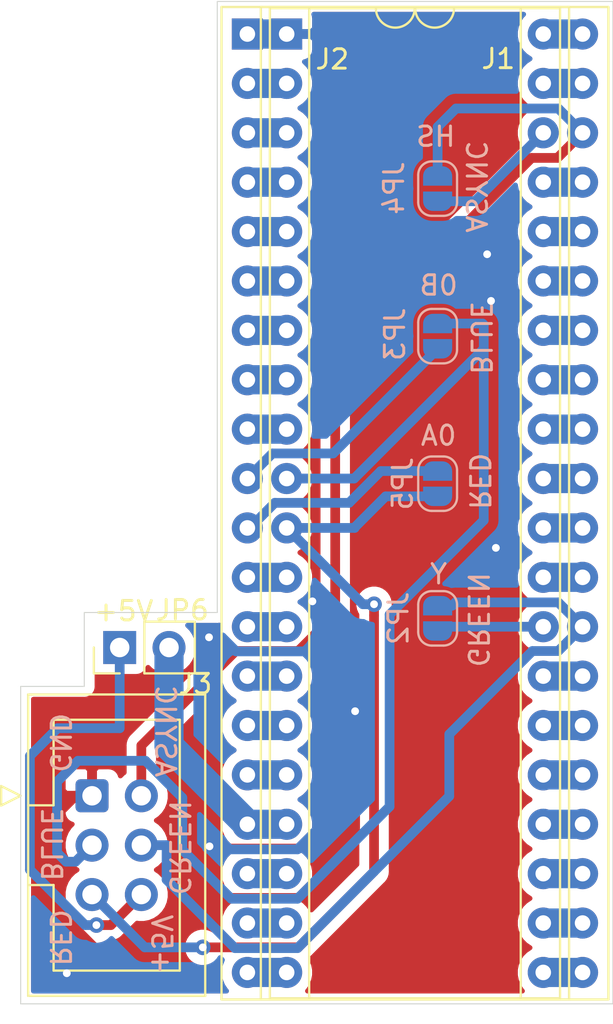
<source format=kicad_pcb>
(kicad_pcb (version 20171130) (host pcbnew 5.1.5+dfsg1-2build2)

  (general
    (thickness 1.6)
    (drawings 24)
    (tracks 158)
    (zones 0)
    (modules 8)
    (nets 46)
  )

  (page A)
  (layers
    (0 F.Cu signal)
    (31 B.Cu signal)
    (32 B.Adhes user)
    (33 F.Adhes user)
    (34 B.Paste user)
    (35 F.Paste user)
    (36 B.SilkS user)
    (37 F.SilkS user)
    (38 B.Mask user)
    (39 F.Mask user)
    (40 Dwgs.User user)
    (41 Cmts.User user)
    (42 Eco1.User user)
    (43 Eco2.User user)
    (44 Edge.Cuts user)
    (45 Margin user)
    (46 B.CrtYd user)
    (47 F.CrtYd user)
    (48 B.Fab user)
    (49 F.Fab user)
  )

  (setup
    (last_trace_width 0.25)
    (user_trace_width 0.5)
    (user_trace_width 1.25)
    (user_trace_width 1.5)
    (trace_clearance 0.2)
    (zone_clearance 0.508)
    (zone_45_only no)
    (trace_min 0.2)
    (via_size 0.8)
    (via_drill 0.4)
    (via_min_size 0.4)
    (via_min_drill 0.3)
    (user_via 1.6 0.8)
    (uvia_size 0.3)
    (uvia_drill 0.1)
    (uvias_allowed no)
    (uvia_min_size 0.2)
    (uvia_min_drill 0.1)
    (edge_width 0.05)
    (segment_width 0.2)
    (pcb_text_width 0.3)
    (pcb_text_size 1.5 1.5)
    (mod_edge_width 0.12)
    (mod_text_size 1 1)
    (mod_text_width 0.15)
    (pad_size 1.524 1.524)
    (pad_drill 0.762)
    (pad_to_mask_clearance 0.051)
    (solder_mask_min_width 0.25)
    (aux_axis_origin 0 0)
    (visible_elements FFFFFF7F)
    (pcbplotparams
      (layerselection 0x010fc_ffffffff)
      (usegerberextensions false)
      (usegerberattributes false)
      (usegerberadvancedattributes false)
      (creategerberjobfile false)
      (excludeedgelayer true)
      (linewidth 0.100000)
      (plotframeref false)
      (viasonmask false)
      (mode 1)
      (useauxorigin false)
      (hpglpennumber 1)
      (hpglpenspeed 20)
      (hpglpendiameter 15.000000)
      (psnegative false)
      (psa4output false)
      (plotreference true)
      (plotvalue true)
      (plotinvisibletext false)
      (padsonsilk false)
      (subtractmaskfromsilk false)
      (outputformat 1)
      (mirror false)
      (drillshape 0)
      (scaleselection 1)
      (outputdirectory "gerber/"))
  )

  (net 0 "")
  (net 1 GND)
  (net 2 /DA12)
  (net 3 /DD6)
  (net 4 /DA0)
  (net 5 /DD0)
  (net 6 /DA1)
  (net 7 /DD1)
  (net 8 /DA2)
  (net 9 /DD2)
  (net 10 /DA3)
  (net 11 /DD3)
  (net 12 /DA4)
  (net 13 /DD4)
  (net 14 /GM2)
  (net 15 /DD5)
  (net 16 /GREEN)
  (net 17 /CHB)
  (net 18 /GM1)
  (net 19 /ϴB)
  (net 20 /GM0)
  (net 21 /ϴA)
  (net 22 /~INT~_~EXT)
  (net 23 /~MS)
  (net 24 /INV)
  (net 25 /DA5)
  (net 26 /CLK)
  (net 27 /DA6)
  (net 28 /~A~_S)
  (net 29 /DA7)
  (net 30 /~A~_G)
  (net 31 /DA8)
  (net 32 /~RP)
  (net 33 +5V)
  (net 34 /~FS)
  (net 35 /DA9)
  (net 36 /HS)
  (net 37 /DA10)
  (net 38 /CS)
  (net 39 /DA11)
  (net 40 /DD7)
  (net 41 /Y)
  (net 42 "Net-(J3-Pad6)")
  (net 43 /BLUE)
  (net 44 /RED)
  (net 45 /ASYNC)

  (net_class Default "This is the default net class."
    (clearance 0.2)
    (trace_width 0.25)
    (via_dia 0.8)
    (via_drill 0.4)
    (uvia_dia 0.3)
    (uvia_drill 0.1)
    (add_net +5V)
    (add_net /ASYNC)
    (add_net /BLUE)
    (add_net /CHB)
    (add_net /CLK)
    (add_net /CS)
    (add_net /DA0)
    (add_net /DA1)
    (add_net /DA10)
    (add_net /DA11)
    (add_net /DA12)
    (add_net /DA2)
    (add_net /DA3)
    (add_net /DA4)
    (add_net /DA5)
    (add_net /DA6)
    (add_net /DA7)
    (add_net /DA8)
    (add_net /DA9)
    (add_net /DD0)
    (add_net /DD1)
    (add_net /DD2)
    (add_net /DD3)
    (add_net /DD4)
    (add_net /DD5)
    (add_net /DD6)
    (add_net /DD7)
    (add_net /GM0)
    (add_net /GM1)
    (add_net /GM2)
    (add_net /GREEN)
    (add_net /HS)
    (add_net /INV)
    (add_net /RED)
    (add_net /Y)
    (add_net /~A~_G)
    (add_net /~A~_S)
    (add_net /~FS)
    (add_net /~INT~_~EXT)
    (add_net /~MS)
    (add_net /~RP)
    (add_net /ϴA)
    (add_net /ϴB)
    (add_net GND)
    (add_net "Net-(J3-Pad6)")
  )

  (module Package_DIP:DIP-40_W15.24mm_Socket (layer F.Cu) (tedit 5A02E8C5) (tstamp 622CB801)
    (at 125.000001 60.625001)
    (descr "40-lead though-hole mounted DIP package, row spacing 15.24 mm (600 mils), Socket")
    (tags "THT DIP DIL PDIP 2.54mm 15.24mm 600mil Socket")
    (path /60A75F6E)
    (fp_text reference J1 (at 10.9 1.274999) (layer F.SilkS)
      (effects (font (size 1 1) (thickness 0.15)))
    )
    (fp_text value Conn_02x20_Counter_Clockwise (at 7.62 50.59) (layer F.Fab) hide
      (effects (font (size 1 1) (thickness 0.15)))
    )
    (fp_arc (start 7.62 -1.33) (end 6.62 -1.33) (angle -180) (layer F.SilkS) (width 0.12))
    (fp_line (start 1.255 -1.27) (end 14.985 -1.27) (layer F.Fab) (width 0.1))
    (fp_line (start 14.985 -1.27) (end 14.985 49.53) (layer F.Fab) (width 0.1))
    (fp_line (start 14.985 49.53) (end 0.255 49.53) (layer F.Fab) (width 0.1))
    (fp_line (start 0.255 49.53) (end 0.255 -0.27) (layer F.Fab) (width 0.1))
    (fp_line (start 0.255 -0.27) (end 1.255 -1.27) (layer F.Fab) (width 0.1))
    (fp_line (start -1.27 -1.33) (end -1.27 49.59) (layer F.Fab) (width 0.1))
    (fp_line (start -1.27 49.59) (end 16.51 49.59) (layer F.Fab) (width 0.1))
    (fp_line (start 16.51 49.59) (end 16.51 -1.33) (layer F.Fab) (width 0.1))
    (fp_line (start 16.51 -1.33) (end -1.27 -1.33) (layer F.Fab) (width 0.1))
    (fp_line (start 6.62 -1.33) (end 1.16 -1.33) (layer F.SilkS) (width 0.12))
    (fp_line (start 1.16 -1.33) (end 1.16 49.59) (layer F.SilkS) (width 0.12))
    (fp_line (start 1.16 49.59) (end 14.08 49.59) (layer F.SilkS) (width 0.12))
    (fp_line (start 14.08 49.59) (end 14.08 -1.33) (layer F.SilkS) (width 0.12))
    (fp_line (start 14.08 -1.33) (end 8.62 -1.33) (layer F.SilkS) (width 0.12))
    (fp_line (start -1.33 -1.39) (end -1.33 49.65) (layer F.SilkS) (width 0.12))
    (fp_line (start -1.33 49.65) (end 16.57 49.65) (layer F.SilkS) (width 0.12))
    (fp_line (start 16.57 49.65) (end 16.57 -1.39) (layer F.SilkS) (width 0.12))
    (fp_line (start 16.57 -1.39) (end -1.33 -1.39) (layer F.SilkS) (width 0.12))
    (fp_line (start -1.55 -1.6) (end -1.55 49.85) (layer F.CrtYd) (width 0.05))
    (fp_line (start -1.55 49.85) (end 16.8 49.85) (layer F.CrtYd) (width 0.05))
    (fp_line (start 16.8 49.85) (end 16.8 -1.6) (layer F.CrtYd) (width 0.05))
    (fp_line (start 16.8 -1.6) (end -1.55 -1.6) (layer F.CrtYd) (width 0.05))
    (fp_text user %R (at 11.025 -0.075001) (layer F.Fab)
      (effects (font (size 1 1) (thickness 0.15)))
    )
    (pad 1 thru_hole rect (at 0 0) (size 1.6 1.6) (drill 0.8) (layers *.Cu *.Mask)
      (net 1 GND))
    (pad 21 thru_hole oval (at 15.24 48.26) (size 1.6 1.6) (drill 0.8) (layers *.Cu *.Mask)
      (net 2 /DA12))
    (pad 2 thru_hole oval (at 0 2.54) (size 1.6 1.6) (drill 0.8) (layers *.Cu *.Mask)
      (net 3 /DD6))
    (pad 22 thru_hole oval (at 15.24 45.72) (size 1.6 1.6) (drill 0.8) (layers *.Cu *.Mask)
      (net 4 /DA0))
    (pad 3 thru_hole oval (at 0 5.08) (size 1.6 1.6) (drill 0.8) (layers *.Cu *.Mask)
      (net 5 /DD0))
    (pad 23 thru_hole oval (at 15.24 43.18) (size 1.6 1.6) (drill 0.8) (layers *.Cu *.Mask)
      (net 6 /DA1))
    (pad 4 thru_hole oval (at 0 7.62) (size 1.6 1.6) (drill 0.8) (layers *.Cu *.Mask)
      (net 7 /DD1))
    (pad 24 thru_hole oval (at 15.24 40.64) (size 1.6 1.6) (drill 0.8) (layers *.Cu *.Mask)
      (net 8 /DA2))
    (pad 5 thru_hole oval (at 0 10.16) (size 1.6 1.6) (drill 0.8) (layers *.Cu *.Mask)
      (net 9 /DD2))
    (pad 25 thru_hole oval (at 15.24 38.1) (size 1.6 1.6) (drill 0.8) (layers *.Cu *.Mask)
      (net 10 /DA3))
    (pad 6 thru_hole oval (at 0 12.7) (size 1.6 1.6) (drill 0.8) (layers *.Cu *.Mask)
      (net 11 /DD3))
    (pad 26 thru_hole oval (at 15.24 35.56) (size 1.6 1.6) (drill 0.8) (layers *.Cu *.Mask)
      (net 12 /DA4))
    (pad 7 thru_hole oval (at 0 15.24) (size 1.6 1.6) (drill 0.8) (layers *.Cu *.Mask)
      (net 13 /DD4))
    (pad 27 thru_hole oval (at 15.24 33.02) (size 1.6 1.6) (drill 0.8) (layers *.Cu *.Mask)
      (net 14 /GM2))
    (pad 8 thru_hole oval (at 0 17.78) (size 1.6 1.6) (drill 0.8) (layers *.Cu *.Mask)
      (net 15 /DD5))
    (pad 28 thru_hole oval (at 15.24 30.48) (size 1.6 1.6) (drill 0.8) (layers *.Cu *.Mask)
      (net 16 /GREEN))
    (pad 9 thru_hole oval (at 0 20.32) (size 1.6 1.6) (drill 0.8) (layers *.Cu *.Mask)
      (net 17 /CHB))
    (pad 29 thru_hole oval (at 15.24 27.94) (size 1.6 1.6) (drill 0.8) (layers *.Cu *.Mask)
      (net 18 /GM1))
    (pad 10 thru_hole oval (at 0 22.86) (size 1.6 1.6) (drill 0.8) (layers *.Cu *.Mask)
      (net 43 /BLUE))
    (pad 30 thru_hole oval (at 15.24 25.4) (size 1.6 1.6) (drill 0.8) (layers *.Cu *.Mask)
      (net 20 /GM0))
    (pad 11 thru_hole oval (at 0 25.4) (size 1.6 1.6) (drill 0.8) (layers *.Cu *.Mask)
      (net 44 /RED))
    (pad 31 thru_hole oval (at 15.24 22.86) (size 1.6 1.6) (drill 0.8) (layers *.Cu *.Mask)
      (net 22 /~INT~_~EXT))
    (pad 12 thru_hole oval (at 0 27.94) (size 1.6 1.6) (drill 0.8) (layers *.Cu *.Mask)
      (net 23 /~MS))
    (pad 32 thru_hole oval (at 15.24 20.32) (size 1.6 1.6) (drill 0.8) (layers *.Cu *.Mask)
      (net 24 /INV))
    (pad 13 thru_hole oval (at 0 30.48) (size 1.6 1.6) (drill 0.8) (layers *.Cu *.Mask)
      (net 25 /DA5))
    (pad 33 thru_hole oval (at 15.24 17.78) (size 1.6 1.6) (drill 0.8) (layers *.Cu *.Mask)
      (net 26 /CLK))
    (pad 14 thru_hole oval (at 0 33.02) (size 1.6 1.6) (drill 0.8) (layers *.Cu *.Mask)
      (net 27 /DA6))
    (pad 34 thru_hole oval (at 15.24 15.24) (size 1.6 1.6) (drill 0.8) (layers *.Cu *.Mask)
      (net 28 /~A~_S))
    (pad 15 thru_hole oval (at 0 35.56) (size 1.6 1.6) (drill 0.8) (layers *.Cu *.Mask)
      (net 29 /DA7))
    (pad 35 thru_hole oval (at 15.24 12.7) (size 1.6 1.6) (drill 0.8) (layers *.Cu *.Mask)
      (net 30 /~A~_G))
    (pad 16 thru_hole oval (at 0 38.1) (size 1.6 1.6) (drill 0.8) (layers *.Cu *.Mask)
      (net 31 /DA8))
    (pad 36 thru_hole oval (at 15.24 10.16) (size 1.6 1.6) (drill 0.8) (layers *.Cu *.Mask)
      (net 32 /~RP))
    (pad 17 thru_hole oval (at 0 40.64) (size 1.6 1.6) (drill 0.8) (layers *.Cu *.Mask)
      (net 33 +5V))
    (pad 37 thru_hole oval (at 15.24 7.62) (size 1.6 1.6) (drill 0.8) (layers *.Cu *.Mask)
      (net 34 /~FS))
    (pad 18 thru_hole oval (at 0 43.18) (size 1.6 1.6) (drill 0.8) (layers *.Cu *.Mask)
      (net 35 /DA9))
    (pad 38 thru_hole oval (at 15.24 5.08) (size 1.6 1.6) (drill 0.8) (layers *.Cu *.Mask)
      (net 45 /ASYNC))
    (pad 19 thru_hole oval (at 0 45.72) (size 1.6 1.6) (drill 0.8) (layers *.Cu *.Mask)
      (net 37 /DA10))
    (pad 39 thru_hole oval (at 15.24 2.54) (size 1.6 1.6) (drill 0.8) (layers *.Cu *.Mask)
      (net 38 /CS))
    (pad 20 thru_hole oval (at 0 48.26) (size 1.6 1.6) (drill 0.8) (layers *.Cu *.Mask)
      (net 39 /DA11))
    (pad 40 thru_hole oval (at 15.24 0) (size 1.6 1.6) (drill 0.8) (layers *.Cu *.Mask)
      (net 40 /DD7))
    (model ${KISYS3DMOD}/Package_DIP.3dshapes/DIP-40_W15.24mm_Socket.wrl
      (at (xyz 0 0 0))
      (scale (xyz 1 1 1))
      (rotate (xyz 0 0 0))
    )
  )

  (module Package_DIP:DIP-40_W15.24mm_Socket (layer F.Cu) (tedit 5A02E8C5) (tstamp 622E0B72)
    (at 122.975 60.625001)
    (descr "40-lead though-hole mounted DIP package, row spacing 15.24 mm (600 mils), Socket")
    (tags "THT DIP DIL PDIP 2.54mm 15.24mm 600mil Socket")
    (path /622E6728)
    (fp_text reference J2 (at 4.374999 1.299999) (layer F.SilkS)
      (effects (font (size 1 1) (thickness 0.15)))
    )
    (fp_text value Conn_02x20_Counter_Clockwise (at 7.62 50.59) (layer F.Fab) hide
      (effects (font (size 1 1) (thickness 0.15)))
    )
    (fp_text user %R (at 4.574999 0.024999) (layer F.Fab)
      (effects (font (size 1 1) (thickness 0.15)))
    )
    (fp_line (start 16.8 -1.6) (end -1.55 -1.6) (layer F.CrtYd) (width 0.05))
    (fp_line (start 16.8 49.85) (end 16.8 -1.6) (layer F.CrtYd) (width 0.05))
    (fp_line (start -1.55 49.85) (end 16.8 49.85) (layer F.CrtYd) (width 0.05))
    (fp_line (start -1.55 -1.6) (end -1.55 49.85) (layer F.CrtYd) (width 0.05))
    (fp_line (start 16.57 -1.39) (end -1.33 -1.39) (layer F.SilkS) (width 0.12))
    (fp_line (start 16.57 49.65) (end 16.57 -1.39) (layer F.SilkS) (width 0.12))
    (fp_line (start -1.33 49.65) (end 16.57 49.65) (layer F.SilkS) (width 0.12))
    (fp_line (start -1.33 -1.39) (end -1.33 49.65) (layer F.SilkS) (width 0.12))
    (fp_line (start 14.08 -1.33) (end 8.62 -1.33) (layer F.SilkS) (width 0.12))
    (fp_line (start 14.08 49.59) (end 14.08 -1.33) (layer F.SilkS) (width 0.12))
    (fp_line (start 1.16 49.59) (end 14.08 49.59) (layer F.SilkS) (width 0.12))
    (fp_line (start 1.16 -1.33) (end 1.16 49.59) (layer F.SilkS) (width 0.12))
    (fp_line (start 6.62 -1.33) (end 1.16 -1.33) (layer F.SilkS) (width 0.12))
    (fp_line (start 16.51 -1.33) (end -1.27 -1.33) (layer F.Fab) (width 0.1))
    (fp_line (start 16.51 49.59) (end 16.51 -1.33) (layer F.Fab) (width 0.1))
    (fp_line (start -1.27 49.59) (end 16.51 49.59) (layer F.Fab) (width 0.1))
    (fp_line (start -1.27 -1.33) (end -1.27 49.59) (layer F.Fab) (width 0.1))
    (fp_line (start 0.255 -0.27) (end 1.255 -1.27) (layer F.Fab) (width 0.1))
    (fp_line (start 0.255 49.53) (end 0.255 -0.27) (layer F.Fab) (width 0.1))
    (fp_line (start 14.985 49.53) (end 0.255 49.53) (layer F.Fab) (width 0.1))
    (fp_line (start 14.985 -1.27) (end 14.985 49.53) (layer F.Fab) (width 0.1))
    (fp_line (start 1.255 -1.27) (end 14.985 -1.27) (layer F.Fab) (width 0.1))
    (fp_arc (start 7.62 -1.33) (end 6.62 -1.33) (angle -180) (layer F.SilkS) (width 0.12))
    (pad 40 thru_hole oval (at 15.24 0) (size 1.6 1.6) (drill 0.8) (layers *.Cu *.Mask)
      (net 40 /DD7))
    (pad 20 thru_hole oval (at 0 48.26) (size 1.6 1.6) (drill 0.8) (layers *.Cu *.Mask)
      (net 39 /DA11))
    (pad 39 thru_hole oval (at 15.24 2.54) (size 1.6 1.6) (drill 0.8) (layers *.Cu *.Mask)
      (net 38 /CS))
    (pad 19 thru_hole oval (at 0 45.72) (size 1.6 1.6) (drill 0.8) (layers *.Cu *.Mask)
      (net 37 /DA10))
    (pad 38 thru_hole oval (at 15.24 5.08) (size 1.6 1.6) (drill 0.8) (layers *.Cu *.Mask)
      (net 36 /HS))
    (pad 18 thru_hole oval (at 0 43.18) (size 1.6 1.6) (drill 0.8) (layers *.Cu *.Mask)
      (net 35 /DA9))
    (pad 37 thru_hole oval (at 15.24 7.62) (size 1.6 1.6) (drill 0.8) (layers *.Cu *.Mask)
      (net 34 /~FS))
    (pad 17 thru_hole oval (at 0 40.64) (size 1.6 1.6) (drill 0.8) (layers *.Cu *.Mask)
      (net 33 +5V))
    (pad 36 thru_hole oval (at 15.24 10.16) (size 1.6 1.6) (drill 0.8) (layers *.Cu *.Mask)
      (net 32 /~RP))
    (pad 16 thru_hole oval (at 0 38.1) (size 1.6 1.6) (drill 0.8) (layers *.Cu *.Mask)
      (net 31 /DA8))
    (pad 35 thru_hole oval (at 15.24 12.7) (size 1.6 1.6) (drill 0.8) (layers *.Cu *.Mask)
      (net 30 /~A~_G))
    (pad 15 thru_hole oval (at 0 35.56) (size 1.6 1.6) (drill 0.8) (layers *.Cu *.Mask)
      (net 29 /DA7))
    (pad 34 thru_hole oval (at 15.24 15.24) (size 1.6 1.6) (drill 0.8) (layers *.Cu *.Mask)
      (net 28 /~A~_S))
    (pad 14 thru_hole oval (at 0 33.02) (size 1.6 1.6) (drill 0.8) (layers *.Cu *.Mask)
      (net 27 /DA6))
    (pad 33 thru_hole oval (at 15.24 17.78) (size 1.6 1.6) (drill 0.8) (layers *.Cu *.Mask)
      (net 26 /CLK))
    (pad 13 thru_hole oval (at 0 30.48) (size 1.6 1.6) (drill 0.8) (layers *.Cu *.Mask)
      (net 25 /DA5))
    (pad 32 thru_hole oval (at 15.24 20.32) (size 1.6 1.6) (drill 0.8) (layers *.Cu *.Mask)
      (net 24 /INV))
    (pad 12 thru_hole oval (at 0 27.94) (size 1.6 1.6) (drill 0.8) (layers *.Cu *.Mask)
      (net 23 /~MS))
    (pad 31 thru_hole oval (at 15.24 22.86) (size 1.6 1.6) (drill 0.8) (layers *.Cu *.Mask)
      (net 22 /~INT~_~EXT))
    (pad 11 thru_hole oval (at 0 25.4) (size 1.6 1.6) (drill 0.8) (layers *.Cu *.Mask)
      (net 21 /ϴA))
    (pad 30 thru_hole oval (at 15.24 25.4) (size 1.6 1.6) (drill 0.8) (layers *.Cu *.Mask)
      (net 20 /GM0))
    (pad 10 thru_hole oval (at 0 22.86) (size 1.6 1.6) (drill 0.8) (layers *.Cu *.Mask)
      (net 19 /ϴB))
    (pad 29 thru_hole oval (at 15.24 27.94) (size 1.6 1.6) (drill 0.8) (layers *.Cu *.Mask)
      (net 18 /GM1))
    (pad 9 thru_hole oval (at 0 20.32) (size 1.6 1.6) (drill 0.8) (layers *.Cu *.Mask)
      (net 17 /CHB))
    (pad 28 thru_hole oval (at 15.24 30.48) (size 1.6 1.6) (drill 0.8) (layers *.Cu *.Mask)
      (net 41 /Y))
    (pad 8 thru_hole oval (at 0 17.78) (size 1.6 1.6) (drill 0.8) (layers *.Cu *.Mask)
      (net 15 /DD5))
    (pad 27 thru_hole oval (at 15.24 33.02) (size 1.6 1.6) (drill 0.8) (layers *.Cu *.Mask)
      (net 14 /GM2))
    (pad 7 thru_hole oval (at 0 15.24) (size 1.6 1.6) (drill 0.8) (layers *.Cu *.Mask)
      (net 13 /DD4))
    (pad 26 thru_hole oval (at 15.24 35.56) (size 1.6 1.6) (drill 0.8) (layers *.Cu *.Mask)
      (net 12 /DA4))
    (pad 6 thru_hole oval (at 0 12.7) (size 1.6 1.6) (drill 0.8) (layers *.Cu *.Mask)
      (net 11 /DD3))
    (pad 25 thru_hole oval (at 15.24 38.1) (size 1.6 1.6) (drill 0.8) (layers *.Cu *.Mask)
      (net 10 /DA3))
    (pad 5 thru_hole oval (at 0 10.16) (size 1.6 1.6) (drill 0.8) (layers *.Cu *.Mask)
      (net 9 /DD2))
    (pad 24 thru_hole oval (at 15.24 40.64) (size 1.6 1.6) (drill 0.8) (layers *.Cu *.Mask)
      (net 8 /DA2))
    (pad 4 thru_hole oval (at 0 7.62) (size 1.6 1.6) (drill 0.8) (layers *.Cu *.Mask)
      (net 7 /DD1))
    (pad 23 thru_hole oval (at 15.24 43.18) (size 1.6 1.6) (drill 0.8) (layers *.Cu *.Mask)
      (net 6 /DA1))
    (pad 3 thru_hole oval (at 0 5.08) (size 1.6 1.6) (drill 0.8) (layers *.Cu *.Mask)
      (net 5 /DD0))
    (pad 22 thru_hole oval (at 15.24 45.72) (size 1.6 1.6) (drill 0.8) (layers *.Cu *.Mask)
      (net 4 /DA0))
    (pad 2 thru_hole oval (at 0 2.54) (size 1.6 1.6) (drill 0.8) (layers *.Cu *.Mask)
      (net 3 /DD6))
    (pad 21 thru_hole oval (at 15.24 48.26) (size 1.6 1.6) (drill 0.8) (layers *.Cu *.Mask)
      (net 2 /DA12))
    (pad 1 thru_hole rect (at 0 0) (size 1.6 1.6) (drill 0.8) (layers *.Cu *.Mask)
      (net 1 GND))
    (model ${KISYS3DMOD}/Connector_PinHeader_2.54mm.3dshapes/PinHeader_1x20_P2.54mm_Vertical.step
      (offset (xyz 0 0 -1.5))
      (scale (xyz 1 1 1))
      (rotate (xyz 0 180 0))
    )
    (model ${KISYS3DMOD}/Connector_PinHeader_2.54mm.3dshapes/PinHeader_1x20_P2.54mm_Vertical.step
      (offset (xyz 15.18 0 -1.5))
      (scale (xyz 1 1 1))
      (rotate (xyz 0 -180 0))
    )
  )

  (module Connector_IDC:IDC-Header_2x03_P2.54mm_Vertical (layer F.Cu) (tedit 5EAC9A07) (tstamp 622E5C0B)
    (at 114.975 99.8)
    (descr "Through hole IDC box header, 2x03, 2.54mm pitch, DIN 41651 / IEC 60603-13, double rows, https://docs.google.com/spreadsheets/d/16SsEcesNF15N3Lb4niX7dcUr-NY5_MFPQhobNuNppn4/edit#gid=0")
    (tags "Through hole vertical IDC box header THT 2x03 2.54mm double row")
    (path /60A75BE4)
    (fp_text reference J3 (at 5.325 -5.75 180) (layer F.SilkS)
      (effects (font (size 1 1) (thickness 0.15)))
    )
    (fp_text value Conn_02x03_Odd_Even (at 1.27 11.18) (layer F.Fab) hide
      (effects (font (size 1 1) (thickness 0.15)))
    )
    (fp_line (start -3.18 -4.1) (end -2.18 -5.1) (layer F.Fab) (width 0.1))
    (fp_line (start -2.18 -5.1) (end 5.72 -5.1) (layer F.Fab) (width 0.1))
    (fp_line (start 5.72 -5.1) (end 5.72 10.18) (layer F.Fab) (width 0.1))
    (fp_line (start 5.72 10.18) (end -3.18 10.18) (layer F.Fab) (width 0.1))
    (fp_line (start -3.18 10.18) (end -3.18 -4.1) (layer F.Fab) (width 0.1))
    (fp_line (start -3.18 0.49) (end -1.98 0.49) (layer F.Fab) (width 0.1))
    (fp_line (start -1.98 0.49) (end -1.98 -3.91) (layer F.Fab) (width 0.1))
    (fp_line (start -1.98 -3.91) (end 4.52 -3.91) (layer F.Fab) (width 0.1))
    (fp_line (start 4.52 -3.91) (end 4.52 8.99) (layer F.Fab) (width 0.1))
    (fp_line (start 4.52 8.99) (end -1.98 8.99) (layer F.Fab) (width 0.1))
    (fp_line (start -1.98 8.99) (end -1.98 4.59) (layer F.Fab) (width 0.1))
    (fp_line (start -1.98 4.59) (end -1.98 4.59) (layer F.Fab) (width 0.1))
    (fp_line (start -1.98 4.59) (end -3.18 4.59) (layer F.Fab) (width 0.1))
    (fp_line (start -3.29 -5.21) (end 5.83 -5.21) (layer F.SilkS) (width 0.12))
    (fp_line (start 5.83 -5.21) (end 5.83 10.29) (layer F.SilkS) (width 0.12))
    (fp_line (start 5.83 10.29) (end -3.29 10.29) (layer F.SilkS) (width 0.12))
    (fp_line (start -3.29 10.29) (end -3.29 -5.21) (layer F.SilkS) (width 0.12))
    (fp_line (start -3.29 0.49) (end -1.98 0.49) (layer F.SilkS) (width 0.12))
    (fp_line (start -1.98 0.49) (end -1.98 -3.91) (layer F.SilkS) (width 0.12))
    (fp_line (start -1.98 -3.91) (end 4.52 -3.91) (layer F.SilkS) (width 0.12))
    (fp_line (start 4.52 -3.91) (end 4.52 8.99) (layer F.SilkS) (width 0.12))
    (fp_line (start 4.52 8.99) (end -1.98 8.99) (layer F.SilkS) (width 0.12))
    (fp_line (start -1.98 8.99) (end -1.98 4.59) (layer F.SilkS) (width 0.12))
    (fp_line (start -1.98 4.59) (end -1.98 4.59) (layer F.SilkS) (width 0.12))
    (fp_line (start -1.98 4.59) (end -3.29 4.59) (layer F.SilkS) (width 0.12))
    (fp_line (start -3.68 0) (end -4.68 -0.5) (layer F.SilkS) (width 0.12))
    (fp_line (start -4.68 -0.5) (end -4.68 0.5) (layer F.SilkS) (width 0.12))
    (fp_line (start -4.68 0.5) (end -3.68 0) (layer F.SilkS) (width 0.12))
    (fp_line (start -3.68 -5.6) (end -3.68 10.69) (layer F.CrtYd) (width 0.05))
    (fp_line (start -3.68 10.69) (end 6.22 10.69) (layer F.CrtYd) (width 0.05))
    (fp_line (start 6.22 10.69) (end 6.22 -5.6) (layer F.CrtYd) (width 0.05))
    (fp_line (start 6.22 -5.6) (end -3.68 -5.6) (layer F.CrtYd) (width 0.05))
    (fp_text user %R (at 1.27 2.54 90) (layer F.Fab)
      (effects (font (size 1 1) (thickness 0.15)))
    )
    (pad 1 thru_hole roundrect (at 0 0) (size 1.7 1.7) (drill 1) (layers *.Cu *.Mask) (roundrect_rratio 0.147059)
      (net 1 GND))
    (pad 3 thru_hole circle (at 0 2.54) (size 1.7 1.7) (drill 1) (layers *.Cu *.Mask)
      (net 43 /BLUE))
    (pad 5 thru_hole circle (at 0 5.08) (size 1.7 1.7) (drill 1) (layers *.Cu *.Mask)
      (net 44 /RED))
    (pad 2 thru_hole circle (at 2.54 0) (size 1.7 1.7) (drill 1) (layers *.Cu *.Mask)
      (net 45 /ASYNC))
    (pad 4 thru_hole circle (at 2.54 2.54) (size 1.7 1.7) (drill 1) (layers *.Cu *.Mask)
      (net 16 /GREEN))
    (pad 6 thru_hole circle (at 2.54 5.08) (size 1.7 1.7) (drill 1) (layers *.Cu *.Mask)
      (net 42 "Net-(J3-Pad6)"))
    (model ${KISYS3DMOD}/Connector_IDC.3dshapes/IDC-Header_2x03_P2.54mm_Vertical.wrl
      (at (xyz 0 0 0))
      (scale (xyz 1 1 1))
      (rotate (xyz 0 0 0))
    )
  )

  (module Jumper:SolderJumper-2_P1.3mm_Open_RoundedPad1.0x1.5mm (layer B.Cu) (tedit 5B391E66) (tstamp 622CB894)
    (at 132.775 90.675 90)
    (descr "SMD Solder Jumper, 1x1.5mm, rounded Pads, 0.3mm gap, open")
    (tags "solder jumper open")
    (path /623183F8)
    (attr virtual)
    (fp_text reference JP2 (at 0 -2.025 -90) (layer B.SilkS)
      (effects (font (size 1 1) (thickness 0.15)) (justify mirror))
    )
    (fp_text value SolderJumper_2_Open (at 0 -1.9 -90) (layer B.Fab) hide
      (effects (font (size 1 1) (thickness 0.15)) (justify mirror))
    )
    (fp_line (start 1.65 -1.25) (end -1.65 -1.25) (layer B.CrtYd) (width 0.05))
    (fp_line (start 1.65 -1.25) (end 1.65 1.25) (layer B.CrtYd) (width 0.05))
    (fp_line (start -1.65 1.25) (end -1.65 -1.25) (layer B.CrtYd) (width 0.05))
    (fp_line (start -1.65 1.25) (end 1.65 1.25) (layer B.CrtYd) (width 0.05))
    (fp_line (start -0.7 1) (end 0.7 1) (layer B.SilkS) (width 0.12))
    (fp_line (start 1.4 0.3) (end 1.4 -0.3) (layer B.SilkS) (width 0.12))
    (fp_line (start 0.7 -1) (end -0.7 -1) (layer B.SilkS) (width 0.12))
    (fp_line (start -1.4 -0.3) (end -1.4 0.3) (layer B.SilkS) (width 0.12))
    (fp_arc (start -0.7 0.3) (end -0.7 1) (angle 90) (layer B.SilkS) (width 0.12))
    (fp_arc (start -0.7 -0.3) (end -1.4 -0.3) (angle 90) (layer B.SilkS) (width 0.12))
    (fp_arc (start 0.7 -0.3) (end 0.7 -1) (angle 90) (layer B.SilkS) (width 0.12))
    (fp_arc (start 0.7 0.3) (end 1.4 0.3) (angle 90) (layer B.SilkS) (width 0.12))
    (pad 2 smd custom (at 0.65 0 90) (size 1 0.5) (layers B.Cu B.Mask)
      (net 16 /GREEN) (zone_connect 2)
      (options (clearance outline) (anchor rect))
      (primitives
        (gr_circle (center 0 -0.25) (end 0.5 -0.25) (width 0))
        (gr_circle (center 0 0.25) (end 0.5 0.25) (width 0))
        (gr_poly (pts
           (xy 0 0.75) (xy -0.5 0.75) (xy -0.5 -0.75) (xy 0 -0.75)) (width 0))
      ))
    (pad 1 smd custom (at -0.65 0 90) (size 1 0.5) (layers B.Cu B.Mask)
      (net 41 /Y) (zone_connect 2)
      (options (clearance outline) (anchor rect))
      (primitives
        (gr_circle (center 0 -0.25) (end 0.5 -0.25) (width 0))
        (gr_circle (center 0 0.25) (end 0.5 0.25) (width 0))
        (gr_poly (pts
           (xy 0 0.75) (xy 0.5 0.75) (xy 0.5 -0.75) (xy 0 -0.75)) (width 0))
      ))
  )

  (module Jumper:SolderJumper-2_P1.3mm_Open_RoundedPad1.0x1.5mm (layer B.Cu) (tedit 5B391E66) (tstamp 622CF7A1)
    (at 132.775 76.1625 90)
    (descr "SMD Solder Jumper, 1x1.5mm, rounded Pads, 0.3mm gap, open")
    (tags "solder jumper open")
    (path /6233D7DE)
    (attr virtual)
    (fp_text reference JP3 (at 0.1 -2.2 270) (layer B.SilkS)
      (effects (font (size 1 1) (thickness 0.15)) (justify mirror))
    )
    (fp_text value SolderJumper_2_Open (at 0 -1.9 270) (layer B.Fab) hide
      (effects (font (size 1 1) (thickness 0.15)) (justify mirror))
    )
    (fp_arc (start 0.7 0.3) (end 1.4 0.3) (angle 90) (layer B.SilkS) (width 0.12))
    (fp_arc (start 0.7 -0.3) (end 0.7 -1) (angle 90) (layer B.SilkS) (width 0.12))
    (fp_arc (start -0.7 -0.3) (end -1.4 -0.3) (angle 90) (layer B.SilkS) (width 0.12))
    (fp_arc (start -0.7 0.3) (end -0.7 1) (angle 90) (layer B.SilkS) (width 0.12))
    (fp_line (start -1.4 -0.3) (end -1.4 0.3) (layer B.SilkS) (width 0.12))
    (fp_line (start 0.7 -1) (end -0.7 -1) (layer B.SilkS) (width 0.12))
    (fp_line (start 1.4 0.3) (end 1.4 -0.3) (layer B.SilkS) (width 0.12))
    (fp_line (start -0.7 1) (end 0.7 1) (layer B.SilkS) (width 0.12))
    (fp_line (start -1.65 1.25) (end 1.65 1.25) (layer B.CrtYd) (width 0.05))
    (fp_line (start -1.65 1.25) (end -1.65 -1.25) (layer B.CrtYd) (width 0.05))
    (fp_line (start 1.65 -1.25) (end 1.65 1.25) (layer B.CrtYd) (width 0.05))
    (fp_line (start 1.65 -1.25) (end -1.65 -1.25) (layer B.CrtYd) (width 0.05))
    (pad 1 smd custom (at -0.65 0 90) (size 1 0.5) (layers B.Cu B.Mask)
      (net 19 /ϴB) (zone_connect 2)
      (options (clearance outline) (anchor rect))
      (primitives
        (gr_circle (center 0 -0.25) (end 0.5 -0.25) (width 0))
        (gr_circle (center 0 0.25) (end 0.5 0.25) (width 0))
        (gr_poly (pts
           (xy 0 0.75) (xy 0.5 0.75) (xy 0.5 -0.75) (xy 0 -0.75)) (width 0))
      ))
    (pad 2 smd custom (at 0.65 0 90) (size 1 0.5) (layers B.Cu B.Mask)
      (net 43 /BLUE) (zone_connect 2)
      (options (clearance outline) (anchor rect))
      (primitives
        (gr_circle (center 0 -0.25) (end 0.5 -0.25) (width 0))
        (gr_circle (center 0 0.25) (end 0.5 0.25) (width 0))
        (gr_poly (pts
           (xy 0 0.75) (xy -0.5 0.75) (xy -0.5 -0.75) (xy 0 -0.75)) (width 0))
      ))
  )

  (module Jumper:SolderJumper-2_P1.3mm_Open_RoundedPad1.0x1.5mm (layer B.Cu) (tedit 5B391E66) (tstamp 622CF28F)
    (at 132.775 68.575 90)
    (descr "SMD Solder Jumper, 1x1.5mm, rounded Pads, 0.3mm gap, open")
    (tags "solder jumper open")
    (path /6233DF64)
    (attr virtual)
    (fp_text reference JP4 (at 0.025 -2.25 270) (layer B.SilkS)
      (effects (font (size 1 1) (thickness 0.15)) (justify mirror))
    )
    (fp_text value SolderJumper_2_Open (at 0 -1.9 270) (layer B.Fab) hide
      (effects (font (size 1 1) (thickness 0.15)) (justify mirror))
    )
    (fp_arc (start 0.7 0.3) (end 1.4 0.3) (angle 90) (layer B.SilkS) (width 0.12))
    (fp_arc (start 0.7 -0.3) (end 0.7 -1) (angle 90) (layer B.SilkS) (width 0.12))
    (fp_arc (start -0.7 -0.3) (end -1.4 -0.3) (angle 90) (layer B.SilkS) (width 0.12))
    (fp_arc (start -0.7 0.3) (end -0.7 1) (angle 90) (layer B.SilkS) (width 0.12))
    (fp_line (start -1.4 -0.3) (end -1.4 0.3) (layer B.SilkS) (width 0.12))
    (fp_line (start 0.7 -1) (end -0.7 -1) (layer B.SilkS) (width 0.12))
    (fp_line (start 1.4 0.3) (end 1.4 -0.3) (layer B.SilkS) (width 0.12))
    (fp_line (start -0.7 1) (end 0.7 1) (layer B.SilkS) (width 0.12))
    (fp_line (start -1.65 1.25) (end 1.65 1.25) (layer B.CrtYd) (width 0.05))
    (fp_line (start -1.65 1.25) (end -1.65 -1.25) (layer B.CrtYd) (width 0.05))
    (fp_line (start 1.65 -1.25) (end 1.65 1.25) (layer B.CrtYd) (width 0.05))
    (fp_line (start 1.65 -1.25) (end -1.65 -1.25) (layer B.CrtYd) (width 0.05))
    (pad 1 smd custom (at -0.65 0 90) (size 1 0.5) (layers B.Cu B.Mask)
      (net 36 /HS) (zone_connect 2)
      (options (clearance outline) (anchor rect))
      (primitives
        (gr_circle (center 0 -0.25) (end 0.5 -0.25) (width 0))
        (gr_circle (center 0 0.25) (end 0.5 0.25) (width 0))
        (gr_poly (pts
           (xy 0 0.75) (xy 0.5 0.75) (xy 0.5 -0.75) (xy 0 -0.75)) (width 0))
      ))
    (pad 2 smd custom (at 0.65 0 90) (size 1 0.5) (layers B.Cu B.Mask)
      (net 45 /ASYNC) (zone_connect 2)
      (options (clearance outline) (anchor rect))
      (primitives
        (gr_circle (center 0 -0.25) (end 0.5 -0.25) (width 0))
        (gr_circle (center 0 0.25) (end 0.5 0.25) (width 0))
        (gr_poly (pts
           (xy 0 0.75) (xy -0.5 0.75) (xy -0.5 -0.75) (xy 0 -0.75)) (width 0))
      ))
  )

  (module Jumper:SolderJumper-2_P1.3mm_Open_RoundedPad1.0x1.5mm (layer B.Cu) (tedit 5B391E66) (tstamp 622CF2A1)
    (at 132.775 83.75 270)
    (descr "SMD Solder Jumper, 1x1.5mm, rounded Pads, 0.3mm gap, open")
    (tags "solder jumper open")
    (path /6233DB84)
    (attr virtual)
    (fp_text reference JP5 (at 0 1.8 270) (layer B.SilkS)
      (effects (font (size 1 1) (thickness 0.15)) (justify mirror))
    )
    (fp_text value SolderJumper_2_Open (at 0 -1.9 270) (layer B.Fab) hide
      (effects (font (size 1 1) (thickness 0.15)) (justify mirror))
    )
    (fp_line (start 1.65 -1.25) (end -1.65 -1.25) (layer B.CrtYd) (width 0.05))
    (fp_line (start 1.65 -1.25) (end 1.65 1.25) (layer B.CrtYd) (width 0.05))
    (fp_line (start -1.65 1.25) (end -1.65 -1.25) (layer B.CrtYd) (width 0.05))
    (fp_line (start -1.65 1.25) (end 1.65 1.25) (layer B.CrtYd) (width 0.05))
    (fp_line (start -0.7 1) (end 0.7 1) (layer B.SilkS) (width 0.12))
    (fp_line (start 1.4 0.3) (end 1.4 -0.3) (layer B.SilkS) (width 0.12))
    (fp_line (start 0.7 -1) (end -0.7 -1) (layer B.SilkS) (width 0.12))
    (fp_line (start -1.4 -0.3) (end -1.4 0.3) (layer B.SilkS) (width 0.12))
    (fp_arc (start -0.7 0.3) (end -0.7 1) (angle 90) (layer B.SilkS) (width 0.12))
    (fp_arc (start -0.7 -0.3) (end -1.4 -0.3) (angle 90) (layer B.SilkS) (width 0.12))
    (fp_arc (start 0.7 -0.3) (end 0.7 -1) (angle 90) (layer B.SilkS) (width 0.12))
    (fp_arc (start 0.7 0.3) (end 1.4 0.3) (angle 90) (layer B.SilkS) (width 0.12))
    (pad 2 smd custom (at 0.65 0 270) (size 1 0.5) (layers B.Cu B.Mask)
      (net 44 /RED) (zone_connect 2)
      (options (clearance outline) (anchor rect))
      (primitives
        (gr_circle (center 0 -0.25) (end 0.5 -0.25) (width 0))
        (gr_circle (center 0 0.25) (end 0.5 0.25) (width 0))
        (gr_poly (pts
           (xy 0 0.75) (xy -0.5 0.75) (xy -0.5 -0.75) (xy 0 -0.75)) (width 0))
      ))
    (pad 1 smd custom (at -0.65 0 270) (size 1 0.5) (layers B.Cu B.Mask)
      (net 21 /ϴA) (zone_connect 2)
      (options (clearance outline) (anchor rect))
      (primitives
        (gr_circle (center 0 -0.25) (end 0.5 -0.25) (width 0))
        (gr_circle (center 0 0.25) (end 0.5 0.25) (width 0))
        (gr_poly (pts
           (xy 0 0.75) (xy 0.5 0.75) (xy 0.5 -0.75) (xy 0 -0.75)) (width 0))
      ))
  )

  (module Connector_PinHeader_2.54mm:PinHeader_1x02_P2.54mm_Vertical (layer F.Cu) (tedit 59FED5CC) (tstamp 622E5C77)
    (at 116.4 92.175 90)
    (descr "Through hole straight pin header, 1x02, 2.54mm pitch, single row")
    (tags "Through hole pin header THT 1x02 2.54mm single row")
    (path /623C46B2)
    (fp_text reference JP6 (at 1.925 3.225 180) (layer F.SilkS)
      (effects (font (size 1 1) (thickness 0.15)))
    )
    (fp_text value Jumper_NO_Small (at 0 4.87 90) (layer F.Fab)
      (effects (font (size 1 1) (thickness 0.15)))
    )
    (fp_line (start -0.635 -1.27) (end 1.27 -1.27) (layer F.Fab) (width 0.1))
    (fp_line (start 1.27 -1.27) (end 1.27 3.81) (layer F.Fab) (width 0.1))
    (fp_line (start 1.27 3.81) (end -1.27 3.81) (layer F.Fab) (width 0.1))
    (fp_line (start -1.27 3.81) (end -1.27 -0.635) (layer F.Fab) (width 0.1))
    (fp_line (start -1.27 -0.635) (end -0.635 -1.27) (layer F.Fab) (width 0.1))
    (fp_line (start -1.33 3.87) (end 1.33 3.87) (layer F.SilkS) (width 0.12))
    (fp_line (start -1.33 1.27) (end -1.33 3.87) (layer F.SilkS) (width 0.12))
    (fp_line (start 1.33 1.27) (end 1.33 3.87) (layer F.SilkS) (width 0.12))
    (fp_line (start -1.33 1.27) (end 1.33 1.27) (layer F.SilkS) (width 0.12))
    (fp_line (start -1.33 0) (end -1.33 -1.33) (layer F.SilkS) (width 0.12))
    (fp_line (start -1.33 -1.33) (end 0 -1.33) (layer F.SilkS) (width 0.12))
    (fp_line (start -1.8 -1.8) (end -1.8 4.35) (layer F.CrtYd) (width 0.05))
    (fp_line (start -1.8 4.35) (end 1.8 4.35) (layer F.CrtYd) (width 0.05))
    (fp_line (start 1.8 4.35) (end 1.8 -1.8) (layer F.CrtYd) (width 0.05))
    (fp_line (start 1.8 -1.8) (end -1.8 -1.8) (layer F.CrtYd) (width 0.05))
    (fp_text user %R (at 0 1.27) (layer F.Fab)
      (effects (font (size 1 1) (thickness 0.15)))
    )
    (pad 1 thru_hole rect (at 0 0 90) (size 1.7 1.7) (drill 1) (layers *.Cu *.Mask)
      (net 42 "Net-(J3-Pad6)"))
    (pad 2 thru_hole oval (at 0 2.54 90) (size 1.7 1.7) (drill 1) (layers *.Cu *.Mask)
      (net 33 +5V))
    (model ${KISYS3DMOD}/Connector_PinHeader_2.54mm.3dshapes/PinHeader_1x02_P2.54mm_Vertical.wrl
      (at (xyz 0 0 0))
      (scale (xyz 1 1 1))
      (rotate (xyz 0 0 0))
    )
  )

  (gr_line (start 114.575 94.175) (end 114.575 90.375) (layer Edge.Cuts) (width 0.05) (tstamp 62D31AC1))
  (gr_line (start 111.3 94.175) (end 114.575 94.175) (layer Edge.Cuts) (width 0.05))
  (gr_line (start 114.575 90.375) (end 114.575 90.375) (layer Edge.Cuts) (width 0.05) (tstamp 62D31ABA))
  (gr_line (start 121.425 90.375) (end 114.575 90.375) (layer Edge.Cuts) (width 0.05) (tstamp 622E5F04))
  (gr_line (start 141.8 110.5) (end 111.3 110.5) (layer Edge.Cuts) (width 0.05) (tstamp 622E5E19))
  (gr_text BLUE (at 112.875 102.3 270) (layer B.SilkS)
    (effects (font (size 1 1) (thickness 0.15)) (justify mirror))
  )
  (gr_text +5V (at 116.6 90.3) (layer F.SilkS) (tstamp 622E5C60)
    (effects (font (size 1 1) (thickness 0.15)))
  )
  (gr_text GREEN (at 134.85 90.75 270) (layer B.SilkS) (tstamp 622D21F1)
    (effects (font (size 1 1) (thickness 0.15)) (justify mirror))
  )
  (gr_text RED (at 134.925 83.625 270) (layer B.SilkS) (tstamp 622D21EE)
    (effects (font (size 1 1) (thickness 0.15)) (justify mirror))
  )
  (gr_text BLUE (at 135 76.25 270) (layer B.SilkS) (tstamp 622D21E9)
    (effects (font (size 1 1) (thickness 0.15)) (justify mirror))
  )
  (gr_text ASYNC (at 134.75 68.475 270) (layer B.SilkS) (tstamp 622D21E4)
    (effects (font (size 1 1) (thickness 0.15)) (justify mirror))
  )
  (gr_text GND (at 113.325 97.075 270) (layer B.SilkS) (tstamp 622D2064)
    (effects (font (size 1 1) (thickness 0.15)) (justify mirror))
  )
  (gr_text RED (at 113.325 107.1 270) (layer B.SilkS)
    (effects (font (size 1 1) (thickness 0.15)) (justify mirror))
  )
  (gr_text ASYNC (at 118.75 96.475 270) (layer B.SilkS)
    (effects (font (size 1 1) (thickness 0.15)) (justify mirror))
  )
  (gr_text GREEN (at 119.475 102.475 270) (layer B.SilkS)
    (effects (font (size 1 1) (thickness 0.15)) (justify mirror))
  )
  (gr_text +5V (at 118.55 107.45 270) (layer B.SilkS)
    (effects (font (size 1 1) (thickness 0.15)) (justify mirror))
  )
  (gr_text Y (at 132.825 88.4) (layer B.SilkS)
    (effects (font (size 1 1) (thickness 0.15)) (justify mirror))
  )
  (gr_text 0A (at 132.825 81.275) (layer B.SilkS)
    (effects (font (size 1 1) (thickness 0.15)) (justify mirror))
  )
  (gr_text 0B (at 132.825 73.55) (layer B.SilkS)
    (effects (font (size 1 1) (thickness 0.15)) (justify mirror))
  )
  (gr_text HS (at 132.675 65.9) (layer B.SilkS)
    (effects (font (size 1 1) (thickness 0.15)) (justify mirror))
  )
  (gr_line (start 121.425 58.95) (end 141.8 58.95) (layer Edge.Cuts) (width 0.05) (tstamp 622CCF3B))
  (gr_line (start 121.425 90.375) (end 121.425 58.95) (layer Edge.Cuts) (width 0.05))
  (gr_line (start 111.3 110.5) (end 111.3 94.175) (layer Edge.Cuts) (width 0.05))
  (gr_line (start 141.8 58.95) (end 141.8 110.5) (layer Edge.Cuts) (width 0.05))

  (via (at 135.325 71.95) (size 0.8) (drill 0.4) (layers F.Cu B.Cu) (net 1))
  (via (at 135.525 74.35) (size 0.8) (drill 0.4) (layers F.Cu B.Cu) (net 1))
  (via (at 135.775 87.05) (size 0.8) (drill 0.4) (layers F.Cu B.Cu) (net 1))
  (via (at 128.525 95.45) (size 0.8) (drill 0.4) (layers F.Cu B.Cu) (net 1))
  (segment (start 122.975 60.625001) (end 125.000001 60.625001) (width 1.5) (layer B.Cu) (net 1) (status 30))
  (segment (start 114.125 99.8) (end 112.775 101.15) (width 0.5) (layer F.Cu) (net 1) (status 10))
  (segment (start 114.975 99.8) (end 114.125 99.8) (width 0.5) (layer F.Cu) (net 1) (status 30))
  (segment (start 112.775 105.283002) (end 115.691998 108.2) (width 0.5) (layer F.Cu) (net 1))
  (segment (start 112.775 101.15) (end 112.775 105.283002) (width 0.5) (layer F.Cu) (net 1))
  (segment (start 115.691998 108.2) (end 118.275 108.2) (width 0.5) (layer F.Cu) (net 1))
  (segment (start 128.525 102.130004) (end 128.525 96.015685) (width 0.5) (layer F.Cu) (net 1))
  (segment (start 125.600002 105.055002) (end 128.525 102.130004) (width 0.5) (layer F.Cu) (net 1))
  (segment (start 121.419998 105.055002) (end 125.600002 105.055002) (width 0.5) (layer F.Cu) (net 1))
  (segment (start 118.275 108.2) (end 121.419998 105.055002) (width 0.5) (layer F.Cu) (net 1))
  (via (at 121 91.65) (size 0.8) (drill 0.4) (layers F.Cu B.Cu) (net 1))
  (via (at 126.325 89.8) (size 0.8) (drill 0.4) (layers F.Cu B.Cu) (net 1))
  (segment (start 128.525 94.884315) (end 128.525 95.45) (width 0.5) (layer B.Cu) (net 1))
  (segment (start 122.394997 92.375) (end 126.015685 92.375) (width 0.5) (layer B.Cu) (net 1))
  (segment (start 126.015685 92.375) (end 128.525 94.884315) (width 0.5) (layer B.Cu) (net 1))
  (segment (start 121.669997 91.65) (end 122.394997 92.375) (width 0.5) (layer B.Cu) (net 1))
  (segment (start 121 91.65) (end 121.669997 91.65) (width 0.5) (layer B.Cu) (net 1))
  (via (at 113.675 108.925) (size 0.8) (drill 0.4) (layers F.Cu B.Cu) (net 1))
  (via (at 121.025 102.4) (size 0.8) (drill 0.4) (layers F.Cu B.Cu) (net 1))
  (segment (start 128.525 96.015685) (end 128.525 95.45) (width 0.5) (layer F.Cu) (net 1))
  (segment (start 128.525 99.590004) (end 128.525 96.015685) (width 0.5) (layer F.Cu) (net 1))
  (segment (start 125.600002 102.515002) (end 128.525 99.590004) (width 0.5) (layer F.Cu) (net 1))
  (segment (start 121.705687 102.515002) (end 125.600002 102.515002) (width 0.5) (layer F.Cu) (net 1))
  (segment (start 121.590685 102.4) (end 121.705687 102.515002) (width 0.5) (layer F.Cu) (net 1))
  (segment (start 121.025 102.4) (end 121.590685 102.4) (width 0.5) (layer F.Cu) (net 1))
  (segment (start 128.525 96.015685) (end 128.525 95.45) (width 0.5) (layer B.Cu) (net 1))
  (segment (start 128.525 99.590004) (end 128.525 96.015685) (width 0.5) (layer B.Cu) (net 1))
  (segment (start 125.560004 102.555) (end 128.525 99.590004) (width 0.5) (layer B.Cu) (net 1))
  (segment (start 121.745685 102.555) (end 125.560004 102.555) (width 0.5) (layer B.Cu) (net 1))
  (segment (start 121.590685 102.4) (end 121.745685 102.555) (width 0.5) (layer B.Cu) (net 1))
  (segment (start 121.025 102.4) (end 121.590685 102.4) (width 0.5) (layer B.Cu) (net 1))
  (segment (start 138.215 108.885001) (end 140.240001 108.885001) (width 1.5) (layer B.Cu) (net 2) (status 30))
  (segment (start 122.975 63.165001) (end 125.000001 63.165001) (width 1.5) (layer B.Cu) (net 3) (status 30))
  (segment (start 138.215 106.345001) (end 140.240001 106.345001) (width 1.5) (layer B.Cu) (net 4) (status 30))
  (segment (start 122.975 65.705001) (end 125.000001 65.705001) (width 1.5) (layer B.Cu) (net 5) (status 30))
  (segment (start 138.215 103.805001) (end 140.240001 103.805001) (width 1.5) (layer B.Cu) (net 6) (status 30))
  (segment (start 122.975 68.245001) (end 125.000001 68.245001) (width 1.5) (layer B.Cu) (net 7) (status 30))
  (segment (start 138.215 101.265001) (end 140.240001 101.265001) (width 1.5) (layer B.Cu) (net 8) (status 30))
  (segment (start 122.975 70.785001) (end 125.000001 70.785001) (width 1.5) (layer B.Cu) (net 9) (status 30))
  (segment (start 138.215 98.725001) (end 140.240001 98.725001) (width 1.5) (layer B.Cu) (net 10) (status 30))
  (segment (start 122.975 73.325001) (end 125.000001 73.325001) (width 1.5) (layer B.Cu) (net 11) (status 30))
  (segment (start 138.215 96.185001) (end 140.240001 96.185001) (width 1.5) (layer B.Cu) (net 12) (status 30))
  (segment (start 125.000001 75.865001) (end 122.975 75.865001) (width 1.5) (layer B.Cu) (net 13) (status 30))
  (segment (start 138.215 93.645001) (end 140.240001 93.645001) (width 1.5) (layer B.Cu) (net 14) (status 30))
  (segment (start 122.975 78.405001) (end 125.000001 78.405001) (width 1.5) (layer B.Cu) (net 15) (status 30))
  (segment (start 139.440002 90.305002) (end 140.240001 91.105001) (width 0.5) (layer B.Cu) (net 16) (status 20))
  (segment (start 138.99 89.855) (end 139.440002 90.305002) (width 0.5) (layer B.Cu) (net 16))
  (segment (start 133.692592 89.855) (end 138.99 89.855) (width 0.5) (layer B.Cu) (net 16))
  (segment (start 133.522592 90.025) (end 133.692592 89.855) (width 0.5) (layer B.Cu) (net 16))
  (segment (start 132.775 90.025) (end 133.522592 90.025) (width 0.5) (layer B.Cu) (net 16) (status 10))
  (segment (start 139.440002 91.905) (end 140.240001 91.105001) (width 0.5) (layer B.Cu) (net 16) (status 20))
  (segment (start 133.375 96.634999) (end 137.654997 92.355002) (width 0.5) (layer B.Cu) (net 16))
  (segment (start 137.654997 92.355002) (end 138.99 92.355002) (width 0.5) (layer B.Cu) (net 16))
  (segment (start 133.375 99.820004) (end 133.375 96.634999) (width 0.5) (layer B.Cu) (net 16))
  (segment (start 122.335 107.635) (end 125.560004 107.635) (width 0.5) (layer B.Cu) (net 16))
  (segment (start 138.99 92.355002) (end 139.440002 91.905) (width 0.5) (layer B.Cu) (net 16))
  (segment (start 118.815001 104.115001) (end 122.335 107.635) (width 0.5) (layer B.Cu) (net 16))
  (segment (start 118.815001 102.34) (end 118.815001 104.115001) (width 0.5) (layer B.Cu) (net 16))
  (segment (start 125.560004 107.635) (end 133.375 99.820004) (width 0.5) (layer B.Cu) (net 16))
  (segment (start 117.515 102.34) (end 118.815001 102.34) (width 0.5) (layer B.Cu) (net 16) (status 10))
  (segment (start 122.975 80.945001) (end 125.000001 80.945001) (width 1.5) (layer B.Cu) (net 17) (status 30))
  (segment (start 138.215 88.565001) (end 140.240001 88.565001) (width 1.5) (layer B.Cu) (net 18) (status 30))
  (segment (start 132.320936 77.266564) (end 132.775 76.8125) (width 0.5) (layer B.Cu) (net 19) (status 30))
  (segment (start 127.392498 82.195002) (end 132.320936 77.266564) (width 0.5) (layer B.Cu) (net 19) (status 20))
  (segment (start 124.264999 82.195002) (end 127.392498 82.195002) (width 0.5) (layer B.Cu) (net 19))
  (segment (start 122.975 83.485001) (end 124.264999 82.195002) (width 0.5) (layer B.Cu) (net 19) (status 10))
  (segment (start 138.215 86.025001) (end 140.240001 86.025001) (width 1.5) (layer B.Cu) (net 20) (status 30))
  (segment (start 129.85 83.1) (end 132.775 83.1) (width 0.5) (layer B.Cu) (net 21) (status 20))
  (segment (start 128.214998 84.735002) (end 129.85 83.1) (width 0.5) (layer B.Cu) (net 21))
  (segment (start 124.4 84.735002) (end 128.214998 84.735002) (width 0.5) (layer B.Cu) (net 21))
  (segment (start 124.394999 84.730001) (end 124.4 84.735002) (width 0.5) (layer B.Cu) (net 21))
  (segment (start 123.099999 86.025001) (end 124.394999 84.730001) (width 0.5) (layer B.Cu) (net 21) (status 10))
  (segment (start 122.975 86.025001) (end 123.099999 86.025001) (width 0.5) (layer B.Cu) (net 21) (status 30))
  (segment (start 138.215 83.485001) (end 140.240001 83.485001) (width 1.5) (layer B.Cu) (net 22) (status 30))
  (segment (start 125.000001 88.565001) (end 122.975 88.565001) (width 1.5) (layer B.Cu) (net 23) (status 30))
  (segment (start 138.215 80.945001) (end 140.240001 80.945001) (width 1.5) (layer B.Cu) (net 24) (status 30))
  (segment (start 122.975 91.105001) (end 125.000001 91.105001) (width 1.5) (layer B.Cu) (net 25) (status 30))
  (segment (start 138.215 78.405001) (end 140.240001 78.405001) (width 1.5) (layer B.Cu) (net 26) (status 30))
  (segment (start 125.000001 93.645001) (end 122.975 93.645001) (width 1.5) (layer B.Cu) (net 27) (status 30))
  (segment (start 138.215 75.865001) (end 140.240001 75.865001) (width 1.5) (layer B.Cu) (net 28) (status 30))
  (segment (start 122.975 96.185001) (end 125.000001 96.185001) (width 1.5) (layer B.Cu) (net 29) (status 30))
  (segment (start 138.215 73.325001) (end 140.240001 73.325001) (width 1.5) (layer B.Cu) (net 30) (status 30))
  (segment (start 122.975 98.725001) (end 125.000001 98.725001) (width 1.5) (layer B.Cu) (net 31) (status 30))
  (segment (start 138.215 70.785001) (end 140.240001 70.785001) (width 1.5) (layer B.Cu) (net 32) (status 30))
  (segment (start 118.94 97.230001) (end 122.975 101.265001) (width 1.5) (layer B.Cu) (net 33) (status 20))
  (segment (start 118.94 92.175) (end 118.94 97.230001) (width 1.5) (layer B.Cu) (net 33) (status 10))
  (segment (start 122.975 101.265001) (end 125.000001 101.265001) (width 1.5) (layer B.Cu) (net 33) (status 30))
  (segment (start 118.94 92.175) (end 118.94 93.377081) (width 0.5) (layer B.Cu) (net 33) (status 10))
  (segment (start 138.215 68.245001) (end 140.240001 68.245001) (width 1.5) (layer B.Cu) (net 34) (status 30))
  (segment (start 122.975 103.805001) (end 125.000001 103.805001) (width 1.5) (layer B.Cu) (net 35) (status 30))
  (segment (start 134.695001 69.225) (end 132.775 69.225) (width 0.5) (layer B.Cu) (net 36) (status 20))
  (segment (start 138.215 65.705001) (end 134.695001 69.225) (width 0.5) (layer B.Cu) (net 36) (status 10))
  (segment (start 122.975 106.345001) (end 125.000001 106.345001) (width 1.5) (layer B.Cu) (net 37) (status 30))
  (segment (start 138.215 63.165001) (end 140.240001 63.165001) (width 1.5) (layer B.Cu) (net 38) (status 30))
  (segment (start 122.975 108.885001) (end 125.000001 108.885001) (width 1.5) (layer B.Cu) (net 39) (status 30))
  (segment (start 138.215 60.625001) (end 140.240001 60.625001) (width 1.5) (layer B.Cu) (net 40) (status 30))
  (segment (start 132.994999 91.105001) (end 132.775 91.325) (width 0.5) (layer B.Cu) (net 41) (status 30))
  (segment (start 138.215 91.105001) (end 132.994999 91.105001) (width 0.5) (layer B.Cu) (net 41) (status 30))
  (via (at 115.2 106.45) (size 0.8) (drill 0.4) (layers F.Cu B.Cu) (net 42))
  (segment (start 115.945 106.45) (end 115.2 106.45) (width 0.5) (layer F.Cu) (net 42))
  (segment (start 117.515 104.88) (end 115.945 106.45) (width 0.5) (layer F.Cu) (net 42) (status 10))
  (segment (start 116.4 96.325) (end 116.4 92.175) (width 0.5) (layer B.Cu) (net 42))
  (segment (start 113.2 96.325) (end 116.4 96.325) (width 0.5) (layer B.Cu) (net 42))
  (segment (start 111.77501 97.74999) (end 113.2 96.325) (width 0.5) (layer B.Cu) (net 42))
  (segment (start 111.77501 103.604012) (end 111.77501 97.74999) (width 0.5) (layer B.Cu) (net 42))
  (segment (start 114.620998 106.45) (end 111.77501 103.604012) (width 0.5) (layer B.Cu) (net 42))
  (segment (start 115.2 106.45) (end 114.620998 106.45) (width 0.5) (layer B.Cu) (net 42))
  (segment (start 114.61 101.975) (end 114.975 102.34) (width 0.5) (layer B.Cu) (net 43) (status 30))
  (segment (start 135.0875 75.5125) (end 132.775 75.5125) (width 0.5) (layer B.Cu) (net 43) (status 20))
  (segment (start 135.15 75.575) (end 135.0875 75.5125) (width 0.5) (layer B.Cu) (net 43))
  (segment (start 135.15 76.810038) (end 135.15 75.575) (width 0.5) (layer B.Cu) (net 43))
  (segment (start 128.475037 83.485001) (end 135.15 76.810038) (width 0.5) (layer B.Cu) (net 43))
  (segment (start 125.000001 83.485001) (end 128.475037 83.485001) (width 0.5) (layer B.Cu) (net 43) (status 10))
  (segment (start 130.3 90.483004) (end 135.15 85.633004) (width 0.5) (layer B.Cu) (net 43))
  (segment (start 113.175 102.725) (end 113.175 99.075) (width 0.5) (layer B.Cu) (net 43))
  (segment (start 114.25 98) (end 117.725 98) (width 0.5) (layer B.Cu) (net 43))
  (segment (start 117.725 98) (end 119.625 99.9) (width 0.5) (layer B.Cu) (net 43))
  (segment (start 114.975 102.34) (end 114.125001 103.189999) (width 0.5) (layer B.Cu) (net 43) (status 10))
  (segment (start 119.625 99.9) (end 119.625 102.575) (width 0.5) (layer B.Cu) (net 43))
  (segment (start 119.625 102.575) (end 122.145 105.095) (width 0.5) (layer B.Cu) (net 43))
  (segment (start 113.175 99.075) (end 114.25 98) (width 0.5) (layer B.Cu) (net 43))
  (segment (start 130.3 100.355004) (end 130.3 90.483004) (width 0.5) (layer B.Cu) (net 43))
  (segment (start 114.125001 103.189999) (end 113.639999 103.189999) (width 0.5) (layer B.Cu) (net 43))
  (segment (start 135.15 85.633004) (end 135.15 76.810038) (width 0.5) (layer B.Cu) (net 43))
  (segment (start 113.639999 103.189999) (end 113.175 102.725) (width 0.5) (layer B.Cu) (net 43))
  (segment (start 125.560004 105.095) (end 130.3 100.355004) (width 0.5) (layer B.Cu) (net 43))
  (segment (start 122.145 105.095) (end 125.560004 105.095) (width 0.5) (layer B.Cu) (net 43))
  (segment (start 128.500001 86.025001) (end 125.000001 86.025001) (width 0.5) (layer B.Cu) (net 44) (status 20))
  (segment (start 128.4875 86.0125) (end 128.500001 86.025001) (width 0.5) (layer B.Cu) (net 44))
  (segment (start 130.1 84.4) (end 128.4875 86.0125) (width 0.5) (layer B.Cu) (net 44))
  (segment (start 132.775 84.4) (end 130.1 84.4) (width 0.5) (layer B.Cu) (net 44) (status 10))
  (segment (start 120.679998 107.595002) (end 125.600002 107.595002) (width 0.5) (layer F.Cu) (net 44) (tstamp 622E6961))
  (segment (start 129.5 103.695004) (end 129.5 90.515685) (width 0.5) (layer F.Cu) (net 44))
  (segment (start 129.5 90.515685) (end 129.5 89.95) (width 0.5) (layer F.Cu) (net 44))
  (segment (start 128.925 89.95) (end 129.5 89.95) (width 0.5) (layer B.Cu) (net 44))
  (segment (start 125.600002 107.595002) (end 129.5 103.695004) (width 0.5) (layer F.Cu) (net 44))
  (via (at 120.679998 107.595002) (size 0.8) (drill 0.4) (layers F.Cu B.Cu) (net 44))
  (segment (start 125.000001 86.025001) (end 128.925 89.95) (width 0.5) (layer B.Cu) (net 44) (status 10))
  (via (at 129.5 89.95) (size 0.8) (drill 0.4) (layers F.Cu B.Cu) (net 44))
  (segment (start 117.690002 107.595002) (end 114.975 104.88) (width 0.5) (layer B.Cu) (net 44) (status 20))
  (segment (start 120.679998 107.595002) (end 117.690002 107.595002) (width 0.5) (layer B.Cu) (net 44))
  (segment (start 132.775 65.4) (end 132.775 67.925) (width 0.5) (layer B.Cu) (net 45) (status 20))
  (segment (start 133.72 64.455) (end 132.775 65.4) (width 0.5) (layer B.Cu) (net 45))
  (segment (start 138.99 64.455) (end 133.72 64.455) (width 0.5) (layer B.Cu) (net 45))
  (segment (start 140.240001 65.705001) (end 138.99 64.455) (width 0.5) (layer B.Cu) (net 45) (status 10))
  (segment (start 139.440002 66.505) (end 140.240001 65.705001) (width 0.5) (layer F.Cu) (net 45) (status 20))
  (segment (start 138.950002 66.995) (end 139.440002 66.505) (width 0.5) (layer F.Cu) (net 45))
  (segment (start 137.614999 66.995) (end 138.950002 66.995) (width 0.5) (layer F.Cu) (net 45))
  (segment (start 127.5 77.109999) (end 137.614999 66.995) (width 0.5) (layer F.Cu) (net 45))
  (segment (start 127.5 90.455004) (end 127.5 77.109999) (width 0.5) (layer F.Cu) (net 45))
  (segment (start 125.600002 92.355002) (end 127.5 90.455004) (width 0.5) (layer F.Cu) (net 45))
  (segment (start 122.374999 92.355002) (end 125.600002 92.355002) (width 0.5) (layer F.Cu) (net 45))
  (segment (start 117.515 97.215001) (end 122.374999 92.355002) (width 0.5) (layer F.Cu) (net 45))
  (segment (start 117.515 99.8) (end 117.515 97.215001) (width 0.5) (layer F.Cu) (net 45) (status 10))

  (zone (net 1) (net_name GND) (layer F.Cu) (tstamp 622E6064) (hatch edge 0.508)
    (connect_pads (clearance 0.508))
    (min_thickness 0.254)
    (fill yes (arc_segments 32) (thermal_gap 0.508) (thermal_bridge_width 0.508))
    (polygon
      (pts
        (xy 141.675 58.9) (xy 141.7875 111.275) (xy 110.525 111.45) (xy 110.775 89.65) (xy 120.9 89.725)
        (xy 121.325 58.875)
      )
    )
    (filled_polygon
      (pts
        (xy 136.94332 68.924728) (xy 137.100363 69.15976) (xy 137.300241 69.359638) (xy 137.532759 69.515001) (xy 137.300241 69.670364)
        (xy 137.100363 69.870242) (xy 136.94332 70.105274) (xy 136.835147 70.366427) (xy 136.78 70.643666) (xy 136.78 70.926336)
        (xy 136.835147 71.203575) (xy 136.94332 71.464728) (xy 137.100363 71.69976) (xy 137.300241 71.899638) (xy 137.532759 72.055001)
        (xy 137.300241 72.210364) (xy 137.100363 72.410242) (xy 136.94332 72.645274) (xy 136.835147 72.906427) (xy 136.78 73.183666)
        (xy 136.78 73.466336) (xy 136.835147 73.743575) (xy 136.94332 74.004728) (xy 137.100363 74.23976) (xy 137.300241 74.439638)
        (xy 137.532759 74.595001) (xy 137.300241 74.750364) (xy 137.100363 74.950242) (xy 136.94332 75.185274) (xy 136.835147 75.446427)
        (xy 136.78 75.723666) (xy 136.78 76.006336) (xy 136.835147 76.283575) (xy 136.94332 76.544728) (xy 137.100363 76.77976)
        (xy 137.300241 76.979638) (xy 137.532759 77.135001) (xy 137.300241 77.290364) (xy 137.100363 77.490242) (xy 136.94332 77.725274)
        (xy 136.835147 77.986427) (xy 136.78 78.263666) (xy 136.78 78.546336) (xy 136.835147 78.823575) (xy 136.94332 79.084728)
        (xy 137.100363 79.31976) (xy 137.300241 79.519638) (xy 137.532759 79.675001) (xy 137.300241 79.830364) (xy 137.100363 80.030242)
        (xy 136.94332 80.265274) (xy 136.835147 80.526427) (xy 136.78 80.803666) (xy 136.78 81.086336) (xy 136.835147 81.363575)
        (xy 136.94332 81.624728) (xy 137.100363 81.85976) (xy 137.300241 82.059638) (xy 137.532759 82.215001) (xy 137.300241 82.370364)
        (xy 137.100363 82.570242) (xy 136.94332 82.805274) (xy 136.835147 83.066427) (xy 136.78 83.343666) (xy 136.78 83.626336)
        (xy 136.835147 83.903575) (xy 136.94332 84.164728) (xy 137.100363 84.39976) (xy 137.300241 84.599638) (xy 137.532759 84.755001)
        (xy 137.300241 84.910364) (xy 137.100363 85.110242) (xy 136.94332 85.345274) (xy 136.835147 85.606427) (xy 136.78 85.883666)
        (xy 136.78 86.166336) (xy 136.835147 86.443575) (xy 136.94332 86.704728) (xy 137.100363 86.93976) (xy 137.300241 87.139638)
        (xy 137.532759 87.295001) (xy 137.300241 87.450364) (xy 137.100363 87.650242) (xy 136.94332 87.885274) (xy 136.835147 88.146427)
        (xy 136.78 88.423666) (xy 136.78 88.706336) (xy 136.835147 88.983575) (xy 136.94332 89.244728) (xy 137.100363 89.47976)
        (xy 137.300241 89.679638) (xy 137.532759 89.835001) (xy 137.300241 89.990364) (xy 137.100363 90.190242) (xy 136.94332 90.425274)
        (xy 136.835147 90.686427) (xy 136.78 90.963666) (xy 136.78 91.246336) (xy 136.835147 91.523575) (xy 136.94332 91.784728)
        (xy 137.100363 92.01976) (xy 137.300241 92.219638) (xy 137.532759 92.375001) (xy 137.300241 92.530364) (xy 137.100363 92.730242)
        (xy 136.94332 92.965274) (xy 136.835147 93.226427) (xy 136.78 93.503666) (xy 136.78 93.786336) (xy 136.835147 94.063575)
        (xy 136.94332 94.324728) (xy 137.100363 94.55976) (xy 137.300241 94.759638) (xy 137.532759 94.915001) (xy 137.300241 95.070364)
        (xy 137.100363 95.270242) (xy 136.94332 95.505274) (xy 136.835147 95.766427) (xy 136.78 96.043666) (xy 136.78 96.326336)
        (xy 136.835147 96.603575) (xy 136.94332 96.864728) (xy 137.100363 97.09976) (xy 137.300241 97.299638) (xy 137.532759 97.455001)
        (xy 137.300241 97.610364) (xy 137.100363 97.810242) (xy 136.94332 98.045274) (xy 136.835147 98.306427) (xy 136.78 98.583666)
        (xy 136.78 98.866336) (xy 136.835147 99.143575) (xy 136.94332 99.404728) (xy 137.100363 99.63976) (xy 137.300241 99.839638)
        (xy 137.532759 99.995001) (xy 137.300241 100.150364) (xy 137.100363 100.350242) (xy 136.94332 100.585274) (xy 136.835147 100.846427)
        (xy 136.78 101.123666) (xy 136.78 101.406336) (xy 136.835147 101.683575) (xy 136.94332 101.944728) (xy 137.100363 102.17976)
        (xy 137.300241 102.379638) (xy 137.532759 102.535001) (xy 137.300241 102.690364) (xy 137.100363 102.890242) (xy 136.94332 103.125274)
        (xy 136.835147 103.386427) (xy 136.78 103.663666) (xy 136.78 103.946336) (xy 136.835147 104.223575) (xy 136.94332 104.484728)
        (xy 137.100363 104.71976) (xy 137.300241 104.919638) (xy 137.532759 105.075001) (xy 137.300241 105.230364) (xy 137.100363 105.430242)
        (xy 136.94332 105.665274) (xy 136.835147 105.926427) (xy 136.78 106.203666) (xy 136.78 106.486336) (xy 136.835147 106.763575)
        (xy 136.94332 107.024728) (xy 137.100363 107.25976) (xy 137.300241 107.459638) (xy 137.532759 107.615001) (xy 137.300241 107.770364)
        (xy 137.100363 107.970242) (xy 136.94332 108.205274) (xy 136.835147 108.466427) (xy 136.78 108.743666) (xy 136.78 109.026336)
        (xy 136.835147 109.303575) (xy 136.94332 109.564728) (xy 137.100363 109.79976) (xy 137.140603 109.84) (xy 126.074398 109.84)
        (xy 126.114638 109.79976) (xy 126.271681 109.564728) (xy 126.379854 109.303575) (xy 126.435001 109.026336) (xy 126.435001 108.743666)
        (xy 126.379854 108.466427) (xy 126.271681 108.205274) (xy 126.259515 108.187067) (xy 130.09505 104.351532) (xy 130.128817 104.323821)
        (xy 130.211088 104.223575) (xy 130.23941 104.189064) (xy 130.239411 104.189063) (xy 130.321589 104.035317) (xy 130.372195 103.868494)
        (xy 130.385 103.738481) (xy 130.385 103.738471) (xy 130.389281 103.695005) (xy 130.385 103.651538) (xy 130.385 90.488454)
        (xy 130.417205 90.440256) (xy 130.495226 90.251898) (xy 130.535 90.051939) (xy 130.535 89.848061) (xy 130.495226 89.648102)
        (xy 130.417205 89.459744) (xy 130.303937 89.290226) (xy 130.159774 89.146063) (xy 129.990256 89.032795) (xy 129.801898 88.954774)
        (xy 129.601939 88.915) (xy 129.398061 88.915) (xy 129.198102 88.954774) (xy 129.009744 89.032795) (xy 128.840226 89.146063)
        (xy 128.696063 89.290226) (xy 128.582795 89.459744) (xy 128.504774 89.648102) (xy 128.465 89.848061) (xy 128.465 90.051939)
        (xy 128.504774 90.251898) (xy 128.582795 90.440256) (xy 128.615 90.488454) (xy 128.615 90.559161) (xy 128.615001 90.559171)
        (xy 128.615 103.328425) (xy 126.273576 105.669849) (xy 126.271681 105.665274) (xy 126.114638 105.430242) (xy 125.91476 105.230364)
        (xy 125.682242 105.075001) (xy 125.91476 104.919638) (xy 126.114638 104.71976) (xy 126.271681 104.484728) (xy 126.379854 104.223575)
        (xy 126.435001 103.946336) (xy 126.435001 103.663666) (xy 126.379854 103.386427) (xy 126.271681 103.125274) (xy 126.114638 102.890242)
        (xy 125.91476 102.690364) (xy 125.682242 102.535001) (xy 125.91476 102.379638) (xy 126.114638 102.17976) (xy 126.271681 101.944728)
        (xy 126.379854 101.683575) (xy 126.435001 101.406336) (xy 126.435001 101.123666) (xy 126.379854 100.846427) (xy 126.271681 100.585274)
        (xy 126.114638 100.350242) (xy 125.91476 100.150364) (xy 125.682242 99.995001) (xy 125.91476 99.839638) (xy 126.114638 99.63976)
        (xy 126.271681 99.404728) (xy 126.379854 99.143575) (xy 126.435001 98.866336) (xy 126.435001 98.583666) (xy 126.379854 98.306427)
        (xy 126.271681 98.045274) (xy 126.114638 97.810242) (xy 125.91476 97.610364) (xy 125.682242 97.455001) (xy 125.91476 97.299638)
        (xy 126.114638 97.09976) (xy 126.271681 96.864728) (xy 126.379854 96.603575) (xy 126.435001 96.326336) (xy 126.435001 96.043666)
        (xy 126.379854 95.766427) (xy 126.271681 95.505274) (xy 126.114638 95.270242) (xy 125.91476 95.070364) (xy 125.682242 94.915001)
        (xy 125.91476 94.759638) (xy 126.114638 94.55976) (xy 126.271681 94.324728) (xy 126.379854 94.063575) (xy 126.435001 93.786336)
        (xy 126.435001 93.503666) (xy 126.379854 93.226427) (xy 126.271681 92.965274) (xy 126.259515 92.947067) (xy 128.09505 91.111533)
        (xy 128.128817 91.083821) (xy 128.166264 91.038193) (xy 128.221813 90.970506) (xy 128.239411 90.949063) (xy 128.321589 90.795317)
        (xy 128.356843 90.679101) (xy 128.372195 90.628495) (xy 128.374039 90.609774) (xy 128.385 90.498481) (xy 128.385 90.498473)
        (xy 128.389281 90.455004) (xy 128.385 90.411535) (xy 128.385 77.476577) (xy 136.941425 68.920153)
      )
    )
    (filled_polygon
      (pts
        (xy 121.54 91.246336) (xy 121.595147 91.523575) (xy 121.700501 91.777921) (xy 116.919952 96.558471) (xy 116.886184 96.586184)
        (xy 116.858471 96.619952) (xy 116.858468 96.619955) (xy 116.77559 96.720942) (xy 116.693412 96.874688) (xy 116.642805 97.041511)
        (xy 116.625719 97.215001) (xy 116.630001 97.25848) (xy 116.63 98.605344) (xy 116.568368 98.646525) (xy 116.436513 98.77838)
        (xy 116.414502 98.70582) (xy 116.355537 98.595506) (xy 116.276185 98.498815) (xy 116.179494 98.419463) (xy 116.06918 98.360498)
        (xy 115.949482 98.324188) (xy 115.825 98.311928) (xy 115.26075 98.315) (xy 115.102 98.47375) (xy 115.102 99.673)
        (xy 115.122 99.673) (xy 115.122 99.927) (xy 115.102 99.927) (xy 115.102 99.947) (xy 114.848 99.947)
        (xy 114.848 99.927) (xy 113.64875 99.927) (xy 113.49 100.08575) (xy 113.486928 100.65) (xy 113.499188 100.774482)
        (xy 113.535498 100.89418) (xy 113.594463 101.004494) (xy 113.673815 101.101185) (xy 113.770506 101.180537) (xy 113.88082 101.239502)
        (xy 113.95338 101.261513) (xy 113.821525 101.393368) (xy 113.65901 101.636589) (xy 113.547068 101.906842) (xy 113.49 102.19374)
        (xy 113.49 102.48626) (xy 113.547068 102.773158) (xy 113.65901 103.043411) (xy 113.821525 103.286632) (xy 114.028368 103.493475)
        (xy 114.20276 103.61) (xy 114.028368 103.726525) (xy 113.821525 103.933368) (xy 113.65901 104.176589) (xy 113.547068 104.446842)
        (xy 113.49 104.73374) (xy 113.49 105.02626) (xy 113.547068 105.313158) (xy 113.65901 105.583411) (xy 113.821525 105.826632)
        (xy 114.028368 106.033475) (xy 114.204204 106.150965) (xy 114.165 106.348061) (xy 114.165 106.551939) (xy 114.204774 106.751898)
        (xy 114.282795 106.940256) (xy 114.396063 107.109774) (xy 114.540226 107.253937) (xy 114.709744 107.367205) (xy 114.898102 107.445226)
        (xy 115.098061 107.485) (xy 115.301939 107.485) (xy 115.501898 107.445226) (xy 115.690256 107.367205) (xy 115.738454 107.335)
        (xy 115.901531 107.335) (xy 115.945 107.339281) (xy 115.988469 107.335) (xy 115.988477 107.335) (xy 116.11849 107.322195)
        (xy 116.285313 107.271589) (xy 116.439059 107.189411) (xy 116.573817 107.078817) (xy 116.601534 107.045044) (xy 117.29604 106.350539)
        (xy 117.36874 106.365) (xy 117.66126 106.365) (xy 117.948158 106.307932) (xy 118.218411 106.19599) (xy 118.461632 106.033475)
        (xy 118.668475 105.826632) (xy 118.83099 105.583411) (xy 118.942932 105.313158) (xy 119 105.02626) (xy 119 104.73374)
        (xy 118.942932 104.446842) (xy 118.83099 104.176589) (xy 118.668475 103.933368) (xy 118.461632 103.726525) (xy 118.28724 103.61)
        (xy 118.461632 103.493475) (xy 118.668475 103.286632) (xy 118.83099 103.043411) (xy 118.942932 102.773158) (xy 119 102.48626)
        (xy 119 102.19374) (xy 118.942932 101.906842) (xy 118.83099 101.636589) (xy 118.668475 101.393368) (xy 118.461632 101.186525)
        (xy 118.28724 101.07) (xy 118.461632 100.953475) (xy 118.668475 100.746632) (xy 118.83099 100.503411) (xy 118.942932 100.233158)
        (xy 119 99.94626) (xy 119 99.65374) (xy 118.942932 99.366842) (xy 118.83099 99.096589) (xy 118.668475 98.853368)
        (xy 118.461632 98.646525) (xy 118.4 98.605344) (xy 118.4 97.581579) (xy 121.68971 94.29187) (xy 121.70332 94.324728)
        (xy 121.860363 94.55976) (xy 122.060241 94.759638) (xy 122.292759 94.915001) (xy 122.060241 95.070364) (xy 121.860363 95.270242)
        (xy 121.70332 95.505274) (xy 121.595147 95.766427) (xy 121.54 96.043666) (xy 121.54 96.326336) (xy 121.595147 96.603575)
        (xy 121.70332 96.864728) (xy 121.860363 97.09976) (xy 122.060241 97.299638) (xy 122.292759 97.455001) (xy 122.060241 97.610364)
        (xy 121.860363 97.810242) (xy 121.70332 98.045274) (xy 121.595147 98.306427) (xy 121.54 98.583666) (xy 121.54 98.866336)
        (xy 121.595147 99.143575) (xy 121.70332 99.404728) (xy 121.860363 99.63976) (xy 122.060241 99.839638) (xy 122.292759 99.995001)
        (xy 122.060241 100.150364) (xy 121.860363 100.350242) (xy 121.70332 100.585274) (xy 121.595147 100.846427) (xy 121.54 101.123666)
        (xy 121.54 101.406336) (xy 121.595147 101.683575) (xy 121.70332 101.944728) (xy 121.860363 102.17976) (xy 122.060241 102.379638)
        (xy 122.292759 102.535001) (xy 122.060241 102.690364) (xy 121.860363 102.890242) (xy 121.70332 103.125274) (xy 121.595147 103.386427)
        (xy 121.54 103.663666) (xy 121.54 103.946336) (xy 121.595147 104.223575) (xy 121.70332 104.484728) (xy 121.860363 104.71976)
        (xy 122.060241 104.919638) (xy 122.292759 105.075001) (xy 122.060241 105.230364) (xy 121.860363 105.430242) (xy 121.70332 105.665274)
        (xy 121.595147 105.926427) (xy 121.54 106.203666) (xy 121.54 106.486336) (xy 121.584491 106.710002) (xy 121.218452 106.710002)
        (xy 121.170254 106.677797) (xy 120.981896 106.599776) (xy 120.781937 106.560002) (xy 120.578059 106.560002) (xy 120.3781 106.599776)
        (xy 120.189742 106.677797) (xy 120.020224 106.791065) (xy 119.876061 106.935228) (xy 119.762793 107.104746) (xy 119.684772 107.293104)
        (xy 119.644998 107.493063) (xy 119.644998 107.696941) (xy 119.684772 107.8969) (xy 119.762793 108.085258) (xy 119.876061 108.254776)
        (xy 120.020224 108.398939) (xy 120.189742 108.512207) (xy 120.3781 108.590228) (xy 120.578059 108.630002) (xy 120.781937 108.630002)
        (xy 120.981896 108.590228) (xy 121.170254 108.512207) (xy 121.218452 108.480002) (xy 121.592447 108.480002) (xy 121.54 108.743666)
        (xy 121.54 109.026336) (xy 121.595147 109.303575) (xy 121.70332 109.564728) (xy 121.860363 109.79976) (xy 121.900603 109.84)
        (xy 111.96 109.84) (xy 111.96 98.95) (xy 113.486928 98.95) (xy 113.49 99.51425) (xy 113.64875 99.673)
        (xy 114.848 99.673) (xy 114.848 98.47375) (xy 114.68925 98.315) (xy 114.125 98.311928) (xy 114.000518 98.324188)
        (xy 113.88082 98.360498) (xy 113.770506 98.419463) (xy 113.673815 98.498815) (xy 113.594463 98.595506) (xy 113.535498 98.70582)
        (xy 113.499188 98.825518) (xy 113.486928 98.95) (xy 111.96 98.95) (xy 111.96 94.835) (xy 114.542581 94.835)
        (xy 114.575 94.838193) (xy 114.607419 94.835) (xy 114.704383 94.82545) (xy 114.828793 94.78771) (xy 114.94345 94.726425)
        (xy 115.043948 94.643948) (xy 115.126425 94.54345) (xy 115.18771 94.428793) (xy 115.22545 94.304383) (xy 115.238193 94.175)
        (xy 115.235 94.142581) (xy 115.235 93.576647) (xy 115.30582 93.614502) (xy 115.425518 93.650812) (xy 115.55 93.663072)
        (xy 117.25 93.663072) (xy 117.374482 93.650812) (xy 117.49418 93.614502) (xy 117.604494 93.555537) (xy 117.701185 93.476185)
        (xy 117.780537 93.379494) (xy 117.839502 93.26918) (xy 117.861513 93.19662) (xy 117.993368 93.328475) (xy 118.236589 93.49099)
        (xy 118.506842 93.602932) (xy 118.79374 93.66) (xy 119.08626 93.66) (xy 119.373158 93.602932) (xy 119.643411 93.49099)
        (xy 119.886632 93.328475) (xy 120.093475 93.121632) (xy 120.25599 92.878411) (xy 120.367932 92.608158) (xy 120.425 92.32126)
        (xy 120.425 92.02874) (xy 120.367932 91.741842) (xy 120.25599 91.471589) (xy 120.093475 91.228368) (xy 119.900107 91.035)
        (xy 121.392581 91.035) (xy 121.425 91.038193) (xy 121.457419 91.035) (xy 121.54 91.026867)
      )
    )
    (filled_polygon
      (pts
        (xy 137.100363 59.710242) (xy 136.94332 59.945274) (xy 136.835147 60.206427) (xy 136.78 60.483666) (xy 136.78 60.766336)
        (xy 136.835147 61.043575) (xy 136.94332 61.304728) (xy 137.100363 61.53976) (xy 137.300241 61.739638) (xy 137.532759 61.895001)
        (xy 137.300241 62.050364) (xy 137.100363 62.250242) (xy 136.94332 62.485274) (xy 136.835147 62.746427) (xy 136.78 63.023666)
        (xy 136.78 63.306336) (xy 136.835147 63.583575) (xy 136.94332 63.844728) (xy 137.100363 64.07976) (xy 137.300241 64.279638)
        (xy 137.532759 64.435001) (xy 137.300241 64.590364) (xy 137.100363 64.790242) (xy 136.94332 65.025274) (xy 136.835147 65.286427)
        (xy 136.78 65.563666) (xy 136.78 65.846336) (xy 136.835147 66.123575) (xy 136.94332 66.384728) (xy 136.955485 66.402935)
        (xy 126.904952 76.453469) (xy 126.871184 76.481182) (xy 126.843471 76.51495) (xy 126.843468 76.514953) (xy 126.76059 76.61594)
        (xy 126.678412 76.769686) (xy 126.627805 76.936509) (xy 126.610719 77.109999) (xy 126.615001 77.153478) (xy 126.615 90.088425)
        (xy 126.273576 90.429849) (xy 126.271681 90.425274) (xy 126.114638 90.190242) (xy 125.91476 89.990364) (xy 125.682242 89.835001)
        (xy 125.91476 89.679638) (xy 126.114638 89.47976) (xy 126.271681 89.244728) (xy 126.379854 88.983575) (xy 126.435001 88.706336)
        (xy 126.435001 88.423666) (xy 126.379854 88.146427) (xy 126.271681 87.885274) (xy 126.114638 87.650242) (xy 125.91476 87.450364)
        (xy 125.682242 87.295001) (xy 125.91476 87.139638) (xy 126.114638 86.93976) (xy 126.271681 86.704728) (xy 126.379854 86.443575)
        (xy 126.435001 86.166336) (xy 126.435001 85.883666) (xy 126.379854 85.606427) (xy 126.271681 85.345274) (xy 126.114638 85.110242)
        (xy 125.91476 84.910364) (xy 125.682242 84.755001) (xy 125.91476 84.599638) (xy 126.114638 84.39976) (xy 126.271681 84.164728)
        (xy 126.379854 83.903575) (xy 126.435001 83.626336) (xy 126.435001 83.343666) (xy 126.379854 83.066427) (xy 126.271681 82.805274)
        (xy 126.114638 82.570242) (xy 125.91476 82.370364) (xy 125.682242 82.215001) (xy 125.91476 82.059638) (xy 126.114638 81.85976)
        (xy 126.271681 81.624728) (xy 126.379854 81.363575) (xy 126.435001 81.086336) (xy 126.435001 80.803666) (xy 126.379854 80.526427)
        (xy 126.271681 80.265274) (xy 126.114638 80.030242) (xy 125.91476 79.830364) (xy 125.682242 79.675001) (xy 125.91476 79.519638)
        (xy 126.114638 79.31976) (xy 126.271681 79.084728) (xy 126.379854 78.823575) (xy 126.435001 78.546336) (xy 126.435001 78.263666)
        (xy 126.379854 77.986427) (xy 126.271681 77.725274) (xy 126.114638 77.490242) (xy 125.91476 77.290364) (xy 125.682242 77.135001)
        (xy 125.91476 76.979638) (xy 126.114638 76.77976) (xy 126.271681 76.544728) (xy 126.379854 76.283575) (xy 126.435001 76.006336)
        (xy 126.435001 75.723666) (xy 126.379854 75.446427) (xy 126.271681 75.185274) (xy 126.114638 74.950242) (xy 125.91476 74.750364)
        (xy 125.682242 74.595001) (xy 125.91476 74.439638) (xy 126.114638 74.23976) (xy 126.271681 74.004728) (xy 126.379854 73.743575)
        (xy 126.435001 73.466336) (xy 126.435001 73.183666) (xy 126.379854 72.906427) (xy 126.271681 72.645274) (xy 126.114638 72.410242)
        (xy 125.91476 72.210364) (xy 125.682242 72.055001) (xy 125.91476 71.899638) (xy 126.114638 71.69976) (xy 126.271681 71.464728)
        (xy 126.379854 71.203575) (xy 126.435001 70.926336) (xy 126.435001 70.643666) (xy 126.379854 70.366427) (xy 126.271681 70.105274)
        (xy 126.114638 69.870242) (xy 125.91476 69.670364) (xy 125.682242 69.515001) (xy 125.91476 69.359638) (xy 126.114638 69.15976)
        (xy 126.271681 68.924728) (xy 126.379854 68.663575) (xy 126.435001 68.386336) (xy 126.435001 68.103666) (xy 126.379854 67.826427)
        (xy 126.271681 67.565274) (xy 126.114638 67.330242) (xy 125.91476 67.130364) (xy 125.682242 66.975001) (xy 125.91476 66.819638)
        (xy 126.114638 66.61976) (xy 126.271681 66.384728) (xy 126.379854 66.123575) (xy 126.435001 65.846336) (xy 126.435001 65.563666)
        (xy 126.379854 65.286427) (xy 126.271681 65.025274) (xy 126.114638 64.790242) (xy 125.91476 64.590364) (xy 125.682242 64.435001)
        (xy 125.91476 64.279638) (xy 126.114638 64.07976) (xy 126.271681 63.844728) (xy 126.379854 63.583575) (xy 126.435001 63.306336)
        (xy 126.435001 63.023666) (xy 126.379854 62.746427) (xy 126.271681 62.485274) (xy 126.114638 62.250242) (xy 125.91604 62.051644)
        (xy 125.924483 62.050813) (xy 126.044181 62.014503) (xy 126.154495 61.955538) (xy 126.251186 61.876186) (xy 126.330538 61.779495)
        (xy 126.389503 61.669181) (xy 126.425813 61.549483) (xy 126.438073 61.425001) (xy 126.435001 60.910751) (xy 126.276251 60.752001)
        (xy 125.127001 60.752001) (xy 125.127001 60.772001) (xy 124.873001 60.772001) (xy 124.873001 60.752001) (xy 123.102 60.752001)
        (xy 123.102 60.772001) (xy 122.848 60.772001) (xy 122.848 60.752001) (xy 122.828 60.752001) (xy 122.828 60.498001)
        (xy 122.848 60.498001) (xy 122.848 60.478001) (xy 123.102 60.478001) (xy 123.102 60.498001) (xy 124.873001 60.498001)
        (xy 124.873001 60.478001) (xy 125.127001 60.478001) (xy 125.127001 60.498001) (xy 126.276251 60.498001) (xy 126.435001 60.339251)
        (xy 126.438073 59.825001) (xy 126.425813 59.700519) (xy 126.398354 59.61) (xy 137.200605 59.61)
      )
    )
  )
  (zone (net 1) (net_name GND) (layer B.Cu) (tstamp 622E27EC) (hatch edge 0.508)
    (connect_pads (clearance 0.508))
    (min_thickness 0.254)
    (fill yes (arc_segments 32) (thermal_gap 0.508) (thermal_bridge_width 0.508))
    (polygon
      (pts
        (xy 141.7375 111.25) (xy 110.475 111.55) (xy 110.65 89.625) (xy 120.875 89.525) (xy 121.325 58.9)
        (xy 121.341667 58.883333) (xy 121.325 58.875) (xy 141.7 58.875)
      )
    )
    (filled_polygon
      (pts
        (xy 113.964468 107.045049) (xy 113.992181 107.078817) (xy 114.025949 107.10653) (xy 114.025951 107.106532) (xy 114.126939 107.189411)
        (xy 114.280685 107.271589) (xy 114.447508 107.322195) (xy 114.577521 107.335) (xy 114.577529 107.335) (xy 114.620998 107.339281)
        (xy 114.661921 107.335251) (xy 114.709744 107.367205) (xy 114.898102 107.445226) (xy 115.098061 107.485) (xy 115.301939 107.485)
        (xy 115.501898 107.445226) (xy 115.690256 107.367205) (xy 115.859774 107.253937) (xy 115.978566 107.135145) (xy 117.033472 108.190051)
        (xy 117.061185 108.223819) (xy 117.094953 108.251532) (xy 117.094955 108.251534) (xy 117.195943 108.334413) (xy 117.349688 108.416591)
        (xy 117.513974 108.466427) (xy 117.516512 108.467197) (xy 117.646525 108.480002) (xy 117.646533 108.480002) (xy 117.690002 108.484283)
        (xy 117.733471 108.480002) (xy 120.141544 108.480002) (xy 120.189742 108.512207) (xy 120.3781 108.590228) (xy 120.578059 108.630002)
        (xy 120.781937 108.630002) (xy 120.981896 108.590228) (xy 121.170254 108.512207) (xy 121.339772 108.398939) (xy 121.483935 108.254776)
        (xy 121.571759 108.123338) (xy 121.67847 108.230049) (xy 121.688165 108.241862) (xy 121.595147 108.466427) (xy 121.54 108.743666)
        (xy 121.54 109.026336) (xy 121.595147 109.303575) (xy 121.70332 109.564728) (xy 121.860363 109.79976) (xy 121.900603 109.84)
        (xy 111.96 109.84) (xy 111.96 105.04058)
      )
    )
    (filled_polygon
      (pts
        (xy 121.717977 101.966664) (xy 121.860363 102.17976) (xy 122.060241 102.379638) (xy 122.292759 102.535001) (xy 122.060241 102.690364)
        (xy 121.860363 102.890242) (xy 121.70332 103.125274) (xy 121.622345 103.320766) (xy 120.51 102.208422) (xy 120.51 100.758687)
      )
    )
    (filled_polygon
      (pts
        (xy 128.26847 90.545049) (xy 128.296183 90.578817) (xy 128.329951 90.60653) (xy 128.329953 90.606532) (xy 128.335327 90.610942)
        (xy 128.430941 90.689411) (xy 128.584687 90.771589) (xy 128.75151 90.822195) (xy 128.881523 90.835) (xy 128.881531 90.835)
        (xy 128.925 90.839281) (xy 128.962435 90.835594) (xy 129.009744 90.867205) (xy 129.198102 90.945226) (xy 129.398061 90.985)
        (xy 129.415001 90.985) (xy 129.415 99.988425) (xy 126.273576 103.129849) (xy 126.271681 103.125274) (xy 126.114638 102.890242)
        (xy 125.91476 102.690364) (xy 125.682242 102.535001) (xy 125.91476 102.379638) (xy 126.114638 102.17976) (xy 126.271681 101.944728)
        (xy 126.379854 101.683575) (xy 126.435001 101.406336) (xy 126.435001 101.123666) (xy 126.379854 100.846427) (xy 126.271681 100.585274)
        (xy 126.114638 100.350242) (xy 125.91476 100.150364) (xy 125.682242 99.995001) (xy 125.91476 99.839638) (xy 126.114638 99.63976)
        (xy 126.271681 99.404728) (xy 126.379854 99.143575) (xy 126.435001 98.866336) (xy 126.435001 98.583666) (xy 126.379854 98.306427)
        (xy 126.271681 98.045274) (xy 126.114638 97.810242) (xy 125.91476 97.610364) (xy 125.682242 97.455001) (xy 125.91476 97.299638)
        (xy 126.114638 97.09976) (xy 126.271681 96.864728) (xy 126.379854 96.603575) (xy 126.435001 96.326336) (xy 126.435001 96.043666)
        (xy 126.379854 95.766427) (xy 126.271681 95.505274) (xy 126.114638 95.270242) (xy 125.91476 95.070364) (xy 125.682242 94.915001)
        (xy 125.91476 94.759638) (xy 126.114638 94.55976) (xy 126.271681 94.324728) (xy 126.379854 94.063575) (xy 126.435001 93.786336)
        (xy 126.435001 93.503666) (xy 126.379854 93.226427) (xy 126.271681 92.965274) (xy 126.114638 92.730242) (xy 125.91476 92.530364)
        (xy 125.682242 92.375001) (xy 125.91476 92.219638) (xy 126.114638 92.01976) (xy 126.271681 91.784728) (xy 126.379854 91.523575)
        (xy 126.435001 91.246336) (xy 126.435001 90.963666) (xy 126.379854 90.686427) (xy 126.271681 90.425274) (xy 126.114638 90.190242)
        (xy 125.91476 89.990364) (xy 125.682242 89.835001) (xy 125.91476 89.679638) (xy 126.114638 89.47976) (xy 126.271681 89.244728)
        (xy 126.379854 88.983575) (xy 126.434131 88.71071)
      )
    )
    (filled_polygon
      (pts
        (xy 115.102 99.673) (xy 115.122 99.673) (xy 115.122 99.927) (xy 115.102 99.927) (xy 115.102 99.947)
        (xy 114.848 99.947) (xy 114.848 99.927) (xy 114.828 99.927) (xy 114.828 99.673) (xy 114.848 99.673)
        (xy 114.848 99.653) (xy 115.102 99.653)
      )
    )
    (filled_polygon
      (pts
        (xy 121.54 91.246336) (xy 121.595147 91.523575) (xy 121.70332 91.784728) (xy 121.860363 92.01976) (xy 122.060241 92.219638)
        (xy 122.292759 92.375001) (xy 122.060241 92.530364) (xy 121.860363 92.730242) (xy 121.70332 92.965274) (xy 121.595147 93.226427)
        (xy 121.54 93.503666) (xy 121.54 93.786336) (xy 121.595147 94.063575) (xy 121.70332 94.324728) (xy 121.860363 94.55976)
        (xy 122.060241 94.759638) (xy 122.292759 94.915001) (xy 122.060241 95.070364) (xy 121.860363 95.270242) (xy 121.70332 95.505274)
        (xy 121.595147 95.766427) (xy 121.54 96.043666) (xy 121.54 96.326336) (xy 121.595147 96.603575) (xy 121.70332 96.864728)
        (xy 121.860363 97.09976) (xy 122.060241 97.299638) (xy 122.292759 97.455001) (xy 122.060241 97.610364) (xy 121.860363 97.810242)
        (xy 121.707581 98.038897) (xy 120.325 96.656316) (xy 120.325 92.711805) (xy 120.367932 92.608158) (xy 120.425 92.32126)
        (xy 120.425 92.02874) (xy 120.367932 91.741842) (xy 120.25599 91.471589) (xy 120.093475 91.228368) (xy 119.900107 91.035)
        (xy 121.392581 91.035) (xy 121.425 91.038193) (xy 121.457419 91.035) (xy 121.54 91.026867)
      )
    )
    (filled_polygon
      (pts
        (xy 137.100363 59.710242) (xy 136.94332 59.945274) (xy 136.835147 60.206427) (xy 136.78 60.483666) (xy 136.78 60.766336)
        (xy 136.835147 61.043575) (xy 136.94332 61.304728) (xy 137.100363 61.53976) (xy 137.300241 61.739638) (xy 137.532759 61.895001)
        (xy 137.300241 62.050364) (xy 137.100363 62.250242) (xy 136.94332 62.485274) (xy 136.835147 62.746427) (xy 136.78 63.023666)
        (xy 136.78 63.306336) (xy 136.832447 63.57) (xy 133.763469 63.57) (xy 133.72 63.565719) (xy 133.676531 63.57)
        (xy 133.676523 63.57) (xy 133.54651 63.582805) (xy 133.379687 63.633411) (xy 133.25963 63.697582) (xy 133.225941 63.715589)
        (xy 133.124953 63.798468) (xy 133.124951 63.79847) (xy 133.091183 63.826183) (xy 133.06347 63.859951) (xy 132.179956 64.743466)
        (xy 132.146183 64.771183) (xy 132.035589 64.905942) (xy 131.953411 65.059688) (xy 131.938163 65.109954) (xy 131.907528 65.210943)
        (xy 131.902805 65.226511) (xy 131.89 65.356524) (xy 131.89 65.356531) (xy 131.885719 65.4) (xy 131.89 65.443469)
        (xy 131.890001 66.983441) (xy 131.853309 67.007958) (xy 131.756618 67.08731) (xy 131.68731 67.156618) (xy 131.607958 67.253309)
        (xy 131.553502 67.334808) (xy 131.494536 67.445125) (xy 131.457027 67.535681) (xy 131.420718 67.655377) (xy 131.401596 67.75151)
        (xy 131.389336 67.875991) (xy 131.389336 67.90055) (xy 131.386928 67.925) (xy 131.386928 68.425) (xy 131.399188 68.549482)
        (xy 131.406929 68.575) (xy 131.399188 68.600518) (xy 131.386928 68.725) (xy 131.386928 69.225) (xy 131.389336 69.24945)
        (xy 131.389336 69.274009) (xy 131.401596 69.39849) (xy 131.420718 69.494623) (xy 131.457027 69.614319) (xy 131.494536 69.704875)
        (xy 131.553502 69.815192) (xy 131.607958 69.896691) (xy 131.68731 69.993382) (xy 131.756618 70.06269) (xy 131.853309 70.142042)
        (xy 131.934808 70.196498) (xy 132.045125 70.255464) (xy 132.135681 70.292973) (xy 132.255377 70.329282) (xy 132.35151 70.348404)
        (xy 132.475991 70.360664) (xy 132.50055 70.360664) (xy 132.525 70.363072) (xy 133.025 70.363072) (xy 133.04945 70.360664)
        (xy 133.074009 70.360664) (xy 133.19849 70.348404) (xy 133.294623 70.329282) (xy 133.414319 70.292973) (xy 133.504875 70.255464)
        (xy 133.615192 70.196498) (xy 133.696691 70.142042) (xy 133.735734 70.11) (xy 134.651532 70.11) (xy 134.695001 70.114281)
        (xy 134.73847 70.11) (xy 134.738478 70.11) (xy 134.868491 70.097195) (xy 135.035314 70.046589) (xy 135.18906 69.964411)
        (xy 135.323818 69.853817) (xy 135.351535 69.820044) (xy 136.78087 68.390709) (xy 136.835147 68.663575) (xy 136.94332 68.924728)
        (xy 137.100363 69.15976) (xy 137.300241 69.359638) (xy 137.532759 69.515001) (xy 137.300241 69.670364) (xy 137.100363 69.870242)
        (xy 136.94332 70.105274) (xy 136.835147 70.366427) (xy 136.78 70.643666) (xy 136.78 70.926336) (xy 136.835147 71.203575)
        (xy 136.94332 71.464728) (xy 137.100363 71.69976) (xy 137.300241 71.899638) (xy 137.532759 72.055001) (xy 137.300241 72.210364)
        (xy 137.100363 72.410242) (xy 136.94332 72.645274) (xy 136.835147 72.906427) (xy 136.78 73.183666) (xy 136.78 73.466336)
        (xy 136.835147 73.743575) (xy 136.94332 74.004728) (xy 137.100363 74.23976) (xy 137.300241 74.439638) (xy 137.532759 74.595001)
        (xy 137.300241 74.750364) (xy 137.100363 74.950242) (xy 136.94332 75.185274) (xy 136.835147 75.446427) (xy 136.78 75.723666)
        (xy 136.78 76.006336) (xy 136.835147 76.283575) (xy 136.94332 76.544728) (xy 137.100363 76.77976) (xy 137.300241 76.979638)
        (xy 137.532759 77.135001) (xy 137.300241 77.290364) (xy 137.100363 77.490242) (xy 136.94332 77.725274) (xy 136.835147 77.986427)
        (xy 136.78 78.263666) (xy 136.78 78.546336) (xy 136.835147 78.823575) (xy 136.94332 79.084728) (xy 137.100363 79.31976)
        (xy 137.300241 79.519638) (xy 137.532759 79.675001) (xy 137.300241 79.830364) (xy 137.100363 80.030242) (xy 136.94332 80.265274)
        (xy 136.835147 80.526427) (xy 136.78 80.803666) (xy 136.78 81.086336) (xy 136.835147 81.363575) (xy 136.94332 81.624728)
        (xy 137.100363 81.85976) (xy 137.300241 82.059638) (xy 137.532759 82.215001) (xy 137.300241 82.370364) (xy 137.100363 82.570242)
        (xy 136.94332 82.805274) (xy 136.835147 83.066427) (xy 136.78 83.343666) (xy 136.78 83.626336) (xy 136.835147 83.903575)
        (xy 136.94332 84.164728) (xy 137.100363 84.39976) (xy 137.300241 84.599638) (xy 137.532759 84.755001) (xy 137.300241 84.910364)
        (xy 137.100363 85.110242) (xy 136.94332 85.345274) (xy 136.835147 85.606427) (xy 136.78 85.883666) (xy 136.78 86.166336)
        (xy 136.835147 86.443575) (xy 136.94332 86.704728) (xy 137.100363 86.93976) (xy 137.300241 87.139638) (xy 137.532759 87.295001)
        (xy 137.300241 87.450364) (xy 137.100363 87.650242) (xy 136.94332 87.885274) (xy 136.835147 88.146427) (xy 136.78 88.423666)
        (xy 136.78 88.706336) (xy 136.832447 88.97) (xy 133.736057 88.97) (xy 133.692591 88.965719) (xy 133.649125 88.97)
        (xy 133.649115 88.97) (xy 133.519102 88.982805) (xy 133.494541 88.990256) (xy 133.414319 88.957027) (xy 133.294623 88.920718)
        (xy 133.19849 88.901596) (xy 133.138859 88.895723) (xy 135.745051 86.289532) (xy 135.778817 86.261821) (xy 135.841051 86.18599)
        (xy 135.889411 86.127063) (xy 135.889412 86.127062) (xy 135.971589 85.973317) (xy 136.022195 85.806494) (xy 136.035 85.676481)
        (xy 136.035 85.676473) (xy 136.039281 85.633004) (xy 136.035 85.589535) (xy 136.035 76.853505) (xy 136.039281 76.810039)
        (xy 136.035 76.766573) (xy 136.035 75.618465) (xy 136.039281 75.574999) (xy 136.035 75.531533) (xy 136.035 75.531523)
        (xy 136.022195 75.40151) (xy 135.971589 75.234687) (xy 135.889411 75.080941) (xy 135.778817 74.946183) (xy 135.745044 74.918466)
        (xy 135.744034 74.917456) (xy 135.716317 74.883683) (xy 135.581559 74.773089) (xy 135.427813 74.690911) (xy 135.26099 74.640305)
        (xy 135.130977 74.6275) (xy 135.130969 74.6275) (xy 135.0875 74.623219) (xy 135.044031 74.6275) (xy 133.735734 74.6275)
        (xy 133.696691 74.595458) (xy 133.615192 74.541002) (xy 133.504875 74.482036) (xy 133.414319 74.444527) (xy 133.294623 74.408218)
        (xy 133.19849 74.389096) (xy 133.074009 74.376836) (xy 133.04945 74.376836) (xy 133.025 74.374428) (xy 132.525 74.374428)
        (xy 132.50055 74.376836) (xy 132.475991 74.376836) (xy 132.35151 74.389096) (xy 132.255377 74.408218) (xy 132.135681 74.444527)
        (xy 132.045125 74.482036) (xy 131.934808 74.541002) (xy 131.853309 74.595458) (xy 131.756618 74.67481) (xy 131.68731 74.744118)
        (xy 131.607958 74.840809) (xy 131.553502 74.922308) (xy 131.494536 75.032625) (xy 131.457027 75.123181) (xy 131.420718 75.242877)
        (xy 131.401596 75.33901) (xy 131.389336 75.463491) (xy 131.389336 75.48805) (xy 131.386928 75.5125) (xy 131.386928 76.0125)
        (xy 131.399188 76.136982) (xy 131.406929 76.1625) (xy 131.399188 76.188018) (xy 131.386928 76.3125) (xy 131.386928 76.8125)
        (xy 131.389336 76.83695) (xy 131.389336 76.861509) (xy 131.396964 76.938957) (xy 127.02592 81.310002) (xy 126.39051 81.310002)
        (xy 126.435001 81.086336) (xy 126.435001 80.803666) (xy 126.379854 80.526427) (xy 126.271681 80.265274) (xy 126.114638 80.030242)
        (xy 125.91476 79.830364) (xy 125.682242 79.675001) (xy 125.91476 79.519638) (xy 126.114638 79.31976) (xy 126.271681 79.084728)
        (xy 126.379854 78.823575) (xy 126.435001 78.546336) (xy 126.435001 78.263666) (xy 126.379854 77.986427) (xy 126.271681 77.725274)
        (xy 126.114638 77.490242) (xy 125.91476 77.290364) (xy 125.682242 77.135001) (xy 125.91476 76.979638) (xy 126.114638 76.77976)
        (xy 126.271681 76.544728) (xy 126.379854 76.283575) (xy 126.435001 76.006336) (xy 126.435001 75.723666) (xy 126.379854 75.446427)
        (xy 126.271681 75.185274) (xy 126.114638 74.950242) (xy 125.91476 74.750364) (xy 125.682242 74.595001) (xy 125.91476 74.439638)
        (xy 126.114638 74.23976) (xy 126.271681 74.004728) (xy 126.379854 73.743575) (xy 126.435001 73.466336) (xy 126.435001 73.183666)
        (xy 126.379854 72.906427) (xy 126.271681 72.645274) (xy 126.114638 72.410242) (xy 125.91476 72.210364) (xy 125.682242 72.055001)
        (xy 125.91476 71.899638) (xy 126.114638 71.69976) (xy 126.271681 71.464728) (xy 126.379854 71.203575) (xy 126.435001 70.926336)
        (xy 126.435001 70.643666) (xy 126.379854 70.366427) (xy 126.271681 70.105274) (xy 126.114638 69.870242) (xy 125.91476 69.670364)
        (xy 125.682242 69.515001) (xy 125.91476 69.359638) (xy 126.114638 69.15976) (xy 126.271681 68.924728) (xy 126.379854 68.663575)
        (xy 126.435001 68.386336) (xy 126.435001 68.103666) (xy 126.379854 67.826427) (xy 126.271681 67.565274) (xy 126.114638 67.330242)
        (xy 125.91476 67.130364) (xy 125.682242 66.975001) (xy 125.91476 66.819638) (xy 126.114638 66.61976) (xy 126.271681 66.384728)
        (xy 126.379854 66.123575) (xy 126.435001 65.846336) (xy 126.435001 65.563666) (xy 126.379854 65.286427) (xy 126.271681 65.025274)
        (xy 126.114638 64.790242) (xy 125.91476 64.590364) (xy 125.682242 64.435001) (xy 125.91476 64.279638) (xy 126.114638 64.07976)
        (xy 126.271681 63.844728) (xy 126.379854 63.583575) (xy 126.435001 63.306336) (xy 126.435001 63.023666) (xy 126.379854 62.746427)
        (xy 126.271681 62.485274) (xy 126.114638 62.250242) (xy 125.91604 62.051644) (xy 125.924483 62.050813) (xy 126.044181 62.014503)
        (xy 126.154495 61.955538) (xy 126.251186 61.876186) (xy 126.330538 61.779495) (xy 126.389503 61.669181) (xy 126.425813 61.549483)
        (xy 126.438073 61.425001) (xy 126.435001 60.910751) (xy 126.276251 60.752001) (xy 125.127001 60.752001) (xy 125.127001 60.772001)
        (xy 124.873001 60.772001) (xy 124.873001 60.752001) (xy 123.102 60.752001) (xy 123.102 60.772001) (xy 122.848 60.772001)
        (xy 122.848 60.752001) (xy 122.828 60.752001) (xy 122.828 60.498001) (xy 122.848 60.498001) (xy 122.848 60.478001)
        (xy 123.102 60.478001) (xy 123.102 60.498001) (xy 124.873001 60.498001) (xy 124.873001 60.478001) (xy 125.127001 60.478001)
        (xy 125.127001 60.498001) (xy 126.276251 60.498001) (xy 126.435001 60.339251) (xy 126.438073 59.825001) (xy 126.425813 59.700519)
        (xy 126.398354 59.61) (xy 137.200605 59.61)
      )
    )
  )
)

</source>
